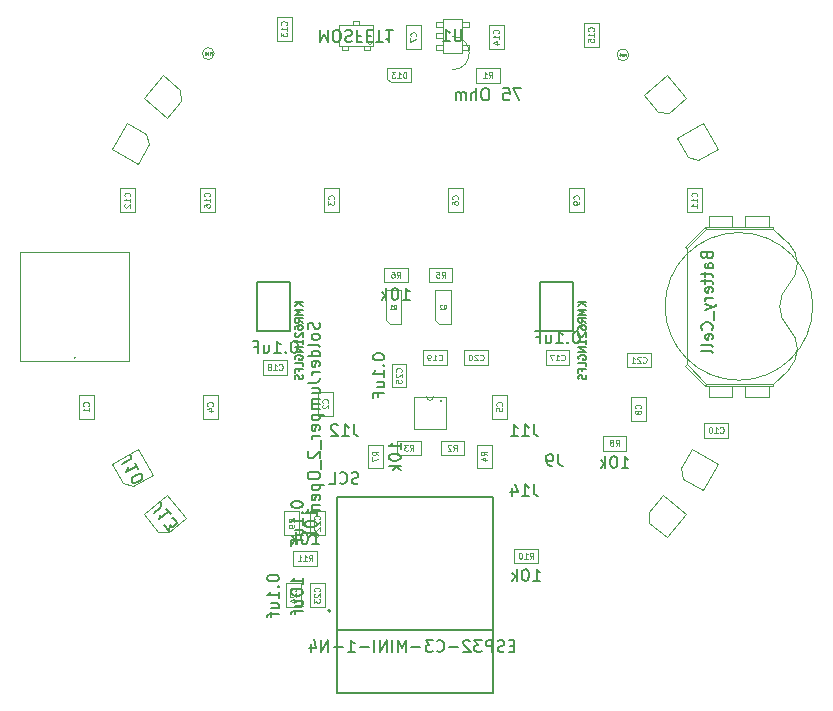
<source format=gbr>
%TF.GenerationSoftware,KiCad,Pcbnew,(6.0.7-1)-1*%
%TF.CreationDate,2022-12-12T20:47:58-08:00*%
%TF.ProjectId,ChristmasCountdown2022,43687269-7374-46d6-9173-436f756e7464,rev?*%
%TF.SameCoordinates,Original*%
%TF.FileFunction,AssemblyDrawing,Bot*%
%FSLAX46Y46*%
G04 Gerber Fmt 4.6, Leading zero omitted, Abs format (unit mm)*
G04 Created by KiCad (PCBNEW (6.0.7-1)-1) date 2022-12-12 20:47:58*
%MOMM*%
%LPD*%
G01*
G04 APERTURE LIST*
%ADD10C,0.150000*%
%ADD11C,0.080000*%
%ADD12C,0.050000*%
%ADD13C,0.040000*%
%ADD14C,0.100000*%
%ADD15C,0.127000*%
%ADD16C,0.200000*%
G04 APERTURE END LIST*
D10*
%TO.C,R8*%
X167498638Y-113684580D02*
X168070066Y-113684580D01*
X167784352Y-113684580D02*
X167784352Y-112684580D01*
X167879590Y-112827438D01*
X167974828Y-112922676D01*
X168070066Y-112970295D01*
X166879590Y-112684580D02*
X166784352Y-112684580D01*
X166689114Y-112732200D01*
X166641495Y-112779819D01*
X166593876Y-112875057D01*
X166546257Y-113065533D01*
X166546257Y-113303628D01*
X166593876Y-113494104D01*
X166641495Y-113589342D01*
X166689114Y-113636961D01*
X166784352Y-113684580D01*
X166879590Y-113684580D01*
X166974828Y-113636961D01*
X167022447Y-113589342D01*
X167070066Y-113494104D01*
X167117685Y-113303628D01*
X167117685Y-113065533D01*
X167070066Y-112875057D01*
X167022447Y-112779819D01*
X166974828Y-112732200D01*
X166879590Y-112684580D01*
X166117685Y-113684580D02*
X166117685Y-112684580D01*
X166022447Y-113303628D02*
X165736733Y-113684580D01*
X165736733Y-113017914D02*
X166117685Y-113398866D01*
D11*
X166986733Y-111808390D02*
X167153400Y-111570295D01*
X167272447Y-111808390D02*
X167272447Y-111308390D01*
X167081971Y-111308390D01*
X167034352Y-111332200D01*
X167010542Y-111356009D01*
X166986733Y-111403628D01*
X166986733Y-111475057D01*
X167010542Y-111522676D01*
X167034352Y-111546485D01*
X167081971Y-111570295D01*
X167272447Y-111570295D01*
X166701019Y-111522676D02*
X166748638Y-111498866D01*
X166772447Y-111475057D01*
X166796257Y-111427438D01*
X166796257Y-111403628D01*
X166772447Y-111356009D01*
X166748638Y-111332200D01*
X166701019Y-111308390D01*
X166605780Y-111308390D01*
X166558161Y-111332200D01*
X166534352Y-111356009D01*
X166510542Y-111403628D01*
X166510542Y-111427438D01*
X166534352Y-111475057D01*
X166558161Y-111498866D01*
X166605780Y-111522676D01*
X166701019Y-111522676D01*
X166748638Y-111546485D01*
X166772447Y-111570295D01*
X166796257Y-111617914D01*
X166796257Y-111713152D01*
X166772447Y-111760771D01*
X166748638Y-111784580D01*
X166701019Y-111808390D01*
X166605780Y-111808390D01*
X166558161Y-111784580D01*
X166534352Y-111760771D01*
X166510542Y-111713152D01*
X166510542Y-111617914D01*
X166534352Y-111570295D01*
X166558161Y-111546485D01*
X166605780Y-111522676D01*
%TO.C,C9*%
X163853571Y-90916666D02*
X163877380Y-90892857D01*
X163901190Y-90821428D01*
X163901190Y-90773809D01*
X163877380Y-90702380D01*
X163829761Y-90654761D01*
X163782142Y-90630952D01*
X163686904Y-90607142D01*
X163615476Y-90607142D01*
X163520238Y-90630952D01*
X163472619Y-90654761D01*
X163425000Y-90702380D01*
X163401190Y-90773809D01*
X163401190Y-90821428D01*
X163425000Y-90892857D01*
X163448809Y-90916666D01*
X163901190Y-91154761D02*
X163901190Y-91250000D01*
X163877380Y-91297619D01*
X163853571Y-91321428D01*
X163782142Y-91369047D01*
X163686904Y-91392857D01*
X163496428Y-91392857D01*
X163448809Y-91369047D01*
X163425000Y-91345238D01*
X163401190Y-91297619D01*
X163401190Y-91202380D01*
X163425000Y-91154761D01*
X163448809Y-91130952D01*
X163496428Y-91107142D01*
X163615476Y-91107142D01*
X163663095Y-91130952D01*
X163686904Y-91154761D01*
X163710714Y-91202380D01*
X163710714Y-91297619D01*
X163686904Y-91345238D01*
X163663095Y-91369047D01*
X163615476Y-91392857D01*
%TO.C,C10*%
X175835428Y-110668571D02*
X175859238Y-110692380D01*
X175930666Y-110716190D01*
X175978285Y-110716190D01*
X176049714Y-110692380D01*
X176097333Y-110644761D01*
X176121142Y-110597142D01*
X176144952Y-110501904D01*
X176144952Y-110430476D01*
X176121142Y-110335238D01*
X176097333Y-110287619D01*
X176049714Y-110240000D01*
X175978285Y-110216190D01*
X175930666Y-110216190D01*
X175859238Y-110240000D01*
X175835428Y-110263809D01*
X175359238Y-110716190D02*
X175644952Y-110716190D01*
X175502095Y-110716190D02*
X175502095Y-110216190D01*
X175549714Y-110287619D01*
X175597333Y-110335238D01*
X175644952Y-110359047D01*
X175049714Y-110216190D02*
X175002095Y-110216190D01*
X174954476Y-110240000D01*
X174930666Y-110263809D01*
X174906857Y-110311428D01*
X174883047Y-110406666D01*
X174883047Y-110525714D01*
X174906857Y-110620952D01*
X174930666Y-110668571D01*
X174954476Y-110692380D01*
X175002095Y-110716190D01*
X175049714Y-110716190D01*
X175097333Y-110692380D01*
X175121142Y-110668571D01*
X175144952Y-110620952D01*
X175168761Y-110525714D01*
X175168761Y-110406666D01*
X175144952Y-110311428D01*
X175121142Y-110263809D01*
X175097333Y-110240000D01*
X175049714Y-110216190D01*
%TO.C,C11*%
X173853571Y-90678571D02*
X173877380Y-90654761D01*
X173901190Y-90583333D01*
X173901190Y-90535714D01*
X173877380Y-90464285D01*
X173829761Y-90416666D01*
X173782142Y-90392857D01*
X173686904Y-90369047D01*
X173615476Y-90369047D01*
X173520238Y-90392857D01*
X173472619Y-90416666D01*
X173425000Y-90464285D01*
X173401190Y-90535714D01*
X173401190Y-90583333D01*
X173425000Y-90654761D01*
X173448809Y-90678571D01*
X173901190Y-91154761D02*
X173901190Y-90869047D01*
X173901190Y-91011904D02*
X173401190Y-91011904D01*
X173472619Y-90964285D01*
X173520238Y-90916666D01*
X173544047Y-90869047D01*
X173901190Y-91630952D02*
X173901190Y-91345238D01*
X173901190Y-91488095D02*
X173401190Y-91488095D01*
X173472619Y-91440476D01*
X173520238Y-91392857D01*
X173544047Y-91345238D01*
D10*
%TO.C,R7*%
X148777380Y-112104761D02*
X148777380Y-111533333D01*
X148777380Y-111819047D02*
X147777380Y-111819047D01*
X147920238Y-111723809D01*
X148015476Y-111628571D01*
X148063095Y-111533333D01*
X147777380Y-112723809D02*
X147777380Y-112819047D01*
X147825000Y-112914285D01*
X147872619Y-112961904D01*
X147967857Y-113009523D01*
X148158333Y-113057142D01*
X148396428Y-113057142D01*
X148586904Y-113009523D01*
X148682142Y-112961904D01*
X148729761Y-112914285D01*
X148777380Y-112819047D01*
X148777380Y-112723809D01*
X148729761Y-112628571D01*
X148682142Y-112580952D01*
X148586904Y-112533333D01*
X148396428Y-112485714D01*
X148158333Y-112485714D01*
X147967857Y-112533333D01*
X147872619Y-112580952D01*
X147825000Y-112628571D01*
X147777380Y-112723809D01*
X148777380Y-113485714D02*
X147777380Y-113485714D01*
X148396428Y-113580952D02*
X148777380Y-113866666D01*
X148110714Y-113866666D02*
X148491666Y-113485714D01*
D11*
X146901190Y-112616666D02*
X146663095Y-112450000D01*
X146901190Y-112330952D02*
X146401190Y-112330952D01*
X146401190Y-112521428D01*
X146425000Y-112569047D01*
X146448809Y-112592857D01*
X146496428Y-112616666D01*
X146567857Y-112616666D01*
X146615476Y-112592857D01*
X146639285Y-112569047D01*
X146663095Y-112521428D01*
X146663095Y-112330952D01*
X146401190Y-112783333D02*
X146401190Y-113116666D01*
X146901190Y-112902380D01*
D12*
%TO.C,Q2*%
X152405476Y-100225238D02*
X152435952Y-100210000D01*
X152466428Y-100179523D01*
X152512142Y-100133809D01*
X152542619Y-100118571D01*
X152573095Y-100118571D01*
X152557857Y-100194761D02*
X152588333Y-100179523D01*
X152618809Y-100149047D01*
X152634047Y-100088095D01*
X152634047Y-99981428D01*
X152618809Y-99920476D01*
X152588333Y-99890000D01*
X152557857Y-99874761D01*
X152496904Y-99874761D01*
X152466428Y-99890000D01*
X152435952Y-99920476D01*
X152420714Y-99981428D01*
X152420714Y-100088095D01*
X152435952Y-100149047D01*
X152466428Y-100179523D01*
X152496904Y-100194761D01*
X152557857Y-100194761D01*
X152298809Y-99905238D02*
X152283571Y-99890000D01*
X152253095Y-99874761D01*
X152176904Y-99874761D01*
X152146428Y-99890000D01*
X152131190Y-99905238D01*
X152115952Y-99935714D01*
X152115952Y-99966190D01*
X152131190Y-100011904D01*
X152314047Y-100194761D01*
X152115952Y-100194761D01*
D10*
%TO.C,C17*%
X163702857Y-102122380D02*
X163607619Y-102122380D01*
X163512380Y-102170000D01*
X163464761Y-102217619D01*
X163417142Y-102312857D01*
X163369523Y-102503333D01*
X163369523Y-102741428D01*
X163417142Y-102931904D01*
X163464761Y-103027142D01*
X163512380Y-103074761D01*
X163607619Y-103122380D01*
X163702857Y-103122380D01*
X163798095Y-103074761D01*
X163845714Y-103027142D01*
X163893333Y-102931904D01*
X163940952Y-102741428D01*
X163940952Y-102503333D01*
X163893333Y-102312857D01*
X163845714Y-102217619D01*
X163798095Y-102170000D01*
X163702857Y-102122380D01*
X162940952Y-103027142D02*
X162893333Y-103074761D01*
X162940952Y-103122380D01*
X162988571Y-103074761D01*
X162940952Y-103027142D01*
X162940952Y-103122380D01*
X161940952Y-103122380D02*
X162512380Y-103122380D01*
X162226666Y-103122380D02*
X162226666Y-102122380D01*
X162321904Y-102265238D01*
X162417142Y-102360476D01*
X162512380Y-102408095D01*
X161083809Y-102455714D02*
X161083809Y-103122380D01*
X161512380Y-102455714D02*
X161512380Y-102979523D01*
X161464761Y-103074761D01*
X161369523Y-103122380D01*
X161226666Y-103122380D01*
X161131428Y-103074761D01*
X161083809Y-103027142D01*
X160274285Y-102598571D02*
X160607619Y-102598571D01*
X160607619Y-103122380D02*
X160607619Y-102122380D01*
X160131428Y-102122380D01*
D11*
X162381428Y-104528571D02*
X162405238Y-104552380D01*
X162476666Y-104576190D01*
X162524285Y-104576190D01*
X162595714Y-104552380D01*
X162643333Y-104504761D01*
X162667142Y-104457142D01*
X162690952Y-104361904D01*
X162690952Y-104290476D01*
X162667142Y-104195238D01*
X162643333Y-104147619D01*
X162595714Y-104100000D01*
X162524285Y-104076190D01*
X162476666Y-104076190D01*
X162405238Y-104100000D01*
X162381428Y-104123809D01*
X161905238Y-104576190D02*
X162190952Y-104576190D01*
X162048095Y-104576190D02*
X162048095Y-104076190D01*
X162095714Y-104147619D01*
X162143333Y-104195238D01*
X162190952Y-104219047D01*
X161738571Y-104076190D02*
X161405238Y-104076190D01*
X161619523Y-104576190D01*
D13*
%TO.C,FID3*%
X132714285Y-78585714D02*
X132780952Y-78585714D01*
X132780952Y-78690476D02*
X132780952Y-78490476D01*
X132685714Y-78490476D01*
X132609523Y-78690476D02*
X132609523Y-78490476D01*
X132514285Y-78690476D02*
X132514285Y-78490476D01*
X132466666Y-78490476D01*
X132438095Y-78500000D01*
X132419047Y-78519047D01*
X132409523Y-78538095D01*
X132400000Y-78576190D01*
X132400000Y-78604761D01*
X132409523Y-78642857D01*
X132419047Y-78661904D01*
X132438095Y-78680952D01*
X132466666Y-78690476D01*
X132514285Y-78690476D01*
X132333333Y-78490476D02*
X132209523Y-78490476D01*
X132276190Y-78566666D01*
X132247619Y-78566666D01*
X132228571Y-78576190D01*
X132219047Y-78585714D01*
X132209523Y-78604761D01*
X132209523Y-78652380D01*
X132219047Y-78671428D01*
X132228571Y-78680952D01*
X132247619Y-78690476D01*
X132304761Y-78690476D01*
X132323809Y-78680952D01*
X132333333Y-78671428D01*
D10*
%TO.C,C25*%
X146413180Y-104224342D02*
X146413180Y-104319580D01*
X146460800Y-104414819D01*
X146508419Y-104462438D01*
X146603657Y-104510057D01*
X146794133Y-104557676D01*
X147032228Y-104557676D01*
X147222704Y-104510057D01*
X147317942Y-104462438D01*
X147365561Y-104414819D01*
X147413180Y-104319580D01*
X147413180Y-104224342D01*
X147365561Y-104129104D01*
X147317942Y-104081485D01*
X147222704Y-104033866D01*
X147032228Y-103986247D01*
X146794133Y-103986247D01*
X146603657Y-104033866D01*
X146508419Y-104081485D01*
X146460800Y-104129104D01*
X146413180Y-104224342D01*
X147317942Y-104986247D02*
X147365561Y-105033866D01*
X147413180Y-104986247D01*
X147365561Y-104938628D01*
X147317942Y-104986247D01*
X147413180Y-104986247D01*
X147413180Y-105986247D02*
X147413180Y-105414819D01*
X147413180Y-105700533D02*
X146413180Y-105700533D01*
X146556038Y-105605295D01*
X146651276Y-105510057D01*
X146698895Y-105414819D01*
X146746514Y-106843390D02*
X147413180Y-106843390D01*
X146746514Y-106414819D02*
X147270323Y-106414819D01*
X147365561Y-106462438D01*
X147413180Y-106557676D01*
X147413180Y-106700533D01*
X147365561Y-106795771D01*
X147317942Y-106843390D01*
X146889371Y-107652914D02*
X146889371Y-107319580D01*
X147413180Y-107319580D02*
X146413180Y-107319580D01*
X146413180Y-107795771D01*
D11*
X148819371Y-105545771D02*
X148843180Y-105521961D01*
X148866990Y-105450533D01*
X148866990Y-105402914D01*
X148843180Y-105331485D01*
X148795561Y-105283866D01*
X148747942Y-105260057D01*
X148652704Y-105236247D01*
X148581276Y-105236247D01*
X148486038Y-105260057D01*
X148438419Y-105283866D01*
X148390800Y-105331485D01*
X148366990Y-105402914D01*
X148366990Y-105450533D01*
X148390800Y-105521961D01*
X148414609Y-105545771D01*
X148414609Y-105736247D02*
X148390800Y-105760057D01*
X148366990Y-105807676D01*
X148366990Y-105926723D01*
X148390800Y-105974342D01*
X148414609Y-105998152D01*
X148462228Y-106021961D01*
X148509847Y-106021961D01*
X148581276Y-105998152D01*
X148866990Y-105712438D01*
X148866990Y-106021961D01*
X148366990Y-106474342D02*
X148366990Y-106236247D01*
X148605085Y-106212438D01*
X148581276Y-106236247D01*
X148557466Y-106283866D01*
X148557466Y-106402914D01*
X148581276Y-106450533D01*
X148605085Y-106474342D01*
X148652704Y-106498152D01*
X148771752Y-106498152D01*
X148819371Y-106474342D01*
X148843180Y-106450533D01*
X148866990Y-106402914D01*
X148866990Y-106283866D01*
X148843180Y-106236247D01*
X148819371Y-106212438D01*
%TO.C,C2*%
X142603571Y-108166666D02*
X142627380Y-108142857D01*
X142651190Y-108071428D01*
X142651190Y-108023809D01*
X142627380Y-107952380D01*
X142579761Y-107904761D01*
X142532142Y-107880952D01*
X142436904Y-107857142D01*
X142365476Y-107857142D01*
X142270238Y-107880952D01*
X142222619Y-107904761D01*
X142175000Y-107952380D01*
X142151190Y-108023809D01*
X142151190Y-108071428D01*
X142175000Y-108142857D01*
X142198809Y-108166666D01*
X142198809Y-108357142D02*
X142175000Y-108380952D01*
X142151190Y-108428571D01*
X142151190Y-108547619D01*
X142175000Y-108595238D01*
X142198809Y-108619047D01*
X142246428Y-108642857D01*
X142294047Y-108642857D01*
X142365476Y-108619047D01*
X142651190Y-108333333D01*
X142651190Y-108642857D01*
D10*
%TO.C,J13*%
X127900147Y-117491871D02*
X128447322Y-117032737D01*
X128526148Y-116904432D01*
X128537886Y-116770257D01*
X128482538Y-116630214D01*
X128421320Y-116557257D01*
X129308979Y-117615128D02*
X128941672Y-117177388D01*
X129125326Y-117396258D02*
X128359281Y-118039046D01*
X128407498Y-117874262D01*
X128419237Y-117740088D01*
X128394497Y-117636522D01*
X128757197Y-118513264D02*
X129155113Y-118987482D01*
X129232677Y-118487262D01*
X129324504Y-118596697D01*
X129422200Y-118639045D01*
X129489288Y-118644914D01*
X129592853Y-118620174D01*
X129775245Y-118467130D01*
X129817592Y-118369434D01*
X129823462Y-118302346D01*
X129798722Y-118198781D01*
X129615068Y-117979911D01*
X129517372Y-117937563D01*
X129450285Y-117931694D01*
%TO.C,R1*%
X159008333Y-81544180D02*
X158341666Y-81544180D01*
X158770238Y-82544180D01*
X157484523Y-81544180D02*
X157960714Y-81544180D01*
X158008333Y-82020371D01*
X157960714Y-81972752D01*
X157865476Y-81925133D01*
X157627380Y-81925133D01*
X157532142Y-81972752D01*
X157484523Y-82020371D01*
X157436904Y-82115609D01*
X157436904Y-82353704D01*
X157484523Y-82448942D01*
X157532142Y-82496561D01*
X157627380Y-82544180D01*
X157865476Y-82544180D01*
X157960714Y-82496561D01*
X158008333Y-82448942D01*
X156055952Y-81544180D02*
X155865476Y-81544180D01*
X155770238Y-81591800D01*
X155675000Y-81687038D01*
X155627380Y-81877514D01*
X155627380Y-82210847D01*
X155675000Y-82401323D01*
X155770238Y-82496561D01*
X155865476Y-82544180D01*
X156055952Y-82544180D01*
X156151190Y-82496561D01*
X156246428Y-82401323D01*
X156294047Y-82210847D01*
X156294047Y-81877514D01*
X156246428Y-81687038D01*
X156151190Y-81591800D01*
X156055952Y-81544180D01*
X155198809Y-82544180D02*
X155198809Y-81544180D01*
X154770238Y-82544180D02*
X154770238Y-82020371D01*
X154817857Y-81925133D01*
X154913095Y-81877514D01*
X155055952Y-81877514D01*
X155151190Y-81925133D01*
X155198809Y-81972752D01*
X154294047Y-82544180D02*
X154294047Y-81877514D01*
X154294047Y-81972752D02*
X154246428Y-81925133D01*
X154151190Y-81877514D01*
X154008333Y-81877514D01*
X153913095Y-81925133D01*
X153865476Y-82020371D01*
X153865476Y-82544180D01*
X153865476Y-82020371D02*
X153817857Y-81925133D01*
X153722619Y-81877514D01*
X153579761Y-81877514D01*
X153484523Y-81925133D01*
X153436904Y-82020371D01*
X153436904Y-82544180D01*
D11*
X156258333Y-80667990D02*
X156425000Y-80429895D01*
X156544047Y-80667990D02*
X156544047Y-80167990D01*
X156353571Y-80167990D01*
X156305952Y-80191800D01*
X156282142Y-80215609D01*
X156258333Y-80263228D01*
X156258333Y-80334657D01*
X156282142Y-80382276D01*
X156305952Y-80406085D01*
X156353571Y-80429895D01*
X156544047Y-80429895D01*
X155782142Y-80667990D02*
X156067857Y-80667990D01*
X155925000Y-80667990D02*
X155925000Y-80167990D01*
X155972619Y-80239419D01*
X156020238Y-80287038D01*
X156067857Y-80310847D01*
%TO.C,C12*%
X125853571Y-90678571D02*
X125877380Y-90654761D01*
X125901190Y-90583333D01*
X125901190Y-90535714D01*
X125877380Y-90464285D01*
X125829761Y-90416666D01*
X125782142Y-90392857D01*
X125686904Y-90369047D01*
X125615476Y-90369047D01*
X125520238Y-90392857D01*
X125472619Y-90416666D01*
X125425000Y-90464285D01*
X125401190Y-90535714D01*
X125401190Y-90583333D01*
X125425000Y-90654761D01*
X125448809Y-90678571D01*
X125901190Y-91154761D02*
X125901190Y-90869047D01*
X125901190Y-91011904D02*
X125401190Y-91011904D01*
X125472619Y-90964285D01*
X125520238Y-90916666D01*
X125544047Y-90869047D01*
X125448809Y-91345238D02*
X125425000Y-91369047D01*
X125401190Y-91416666D01*
X125401190Y-91535714D01*
X125425000Y-91583333D01*
X125448809Y-91607142D01*
X125496428Y-91630952D01*
X125544047Y-91630952D01*
X125615476Y-91607142D01*
X125901190Y-91321428D01*
X125901190Y-91630952D01*
D10*
%TO.C,U2*%
X158417857Y-128728571D02*
X158084523Y-128728571D01*
X157941666Y-129252380D02*
X158417857Y-129252380D01*
X158417857Y-128252380D01*
X157941666Y-128252380D01*
X157560714Y-129204761D02*
X157417857Y-129252380D01*
X157179761Y-129252380D01*
X157084523Y-129204761D01*
X157036904Y-129157142D01*
X156989285Y-129061904D01*
X156989285Y-128966666D01*
X157036904Y-128871428D01*
X157084523Y-128823809D01*
X157179761Y-128776190D01*
X157370238Y-128728571D01*
X157465476Y-128680952D01*
X157513095Y-128633333D01*
X157560714Y-128538095D01*
X157560714Y-128442857D01*
X157513095Y-128347619D01*
X157465476Y-128300000D01*
X157370238Y-128252380D01*
X157132142Y-128252380D01*
X156989285Y-128300000D01*
X156560714Y-129252380D02*
X156560714Y-128252380D01*
X156179761Y-128252380D01*
X156084523Y-128300000D01*
X156036904Y-128347619D01*
X155989285Y-128442857D01*
X155989285Y-128585714D01*
X156036904Y-128680952D01*
X156084523Y-128728571D01*
X156179761Y-128776190D01*
X156560714Y-128776190D01*
X155655952Y-128252380D02*
X155036904Y-128252380D01*
X155370238Y-128633333D01*
X155227380Y-128633333D01*
X155132142Y-128680952D01*
X155084523Y-128728571D01*
X155036904Y-128823809D01*
X155036904Y-129061904D01*
X155084523Y-129157142D01*
X155132142Y-129204761D01*
X155227380Y-129252380D01*
X155513095Y-129252380D01*
X155608333Y-129204761D01*
X155655952Y-129157142D01*
X154655952Y-128347619D02*
X154608333Y-128300000D01*
X154513095Y-128252380D01*
X154275000Y-128252380D01*
X154179761Y-128300000D01*
X154132142Y-128347619D01*
X154084523Y-128442857D01*
X154084523Y-128538095D01*
X154132142Y-128680952D01*
X154703571Y-129252380D01*
X154084523Y-129252380D01*
X153655952Y-128871428D02*
X152894047Y-128871428D01*
X151846428Y-129157142D02*
X151894047Y-129204761D01*
X152036904Y-129252380D01*
X152132142Y-129252380D01*
X152275000Y-129204761D01*
X152370238Y-129109523D01*
X152417857Y-129014285D01*
X152465476Y-128823809D01*
X152465476Y-128680952D01*
X152417857Y-128490476D01*
X152370238Y-128395238D01*
X152275000Y-128300000D01*
X152132142Y-128252380D01*
X152036904Y-128252380D01*
X151894047Y-128300000D01*
X151846428Y-128347619D01*
X151513095Y-128252380D02*
X150894047Y-128252380D01*
X151227380Y-128633333D01*
X151084523Y-128633333D01*
X150989285Y-128680952D01*
X150941666Y-128728571D01*
X150894047Y-128823809D01*
X150894047Y-129061904D01*
X150941666Y-129157142D01*
X150989285Y-129204761D01*
X151084523Y-129252380D01*
X151370238Y-129252380D01*
X151465476Y-129204761D01*
X151513095Y-129157142D01*
X150465476Y-128871428D02*
X149703571Y-128871428D01*
X149227380Y-129252380D02*
X149227380Y-128252380D01*
X148894047Y-128966666D01*
X148560714Y-128252380D01*
X148560714Y-129252380D01*
X148084523Y-129252380D02*
X148084523Y-128252380D01*
X147608333Y-129252380D02*
X147608333Y-128252380D01*
X147036904Y-129252380D01*
X147036904Y-128252380D01*
X146560714Y-129252380D02*
X146560714Y-128252380D01*
X146084523Y-128871428D02*
X145322619Y-128871428D01*
X144322619Y-129252380D02*
X144894047Y-129252380D01*
X144608333Y-129252380D02*
X144608333Y-128252380D01*
X144703571Y-128395238D01*
X144798809Y-128490476D01*
X144894047Y-128538095D01*
X143894047Y-128871428D02*
X143132142Y-128871428D01*
X142655952Y-129252380D02*
X142655952Y-128252380D01*
X142084523Y-129252380D01*
X142084523Y-128252380D01*
X141179761Y-128585714D02*
X141179761Y-129252380D01*
X141417857Y-128204761D02*
X141655952Y-128919047D01*
X141036904Y-128919047D01*
%TO.C,J10*%
X125200986Y-113382741D02*
X125819575Y-113025598D01*
X125919484Y-112912930D01*
X125954343Y-112782832D01*
X125924154Y-112635305D01*
X125876535Y-112552826D01*
X126567011Y-113748766D02*
X126281297Y-113253895D01*
X126424154Y-113501330D02*
X125558128Y-114001330D01*
X125634227Y-113847423D01*
X125669087Y-113717326D01*
X125662707Y-113611037D01*
X126010509Y-114784877D02*
X126058128Y-114867356D01*
X126146987Y-114926025D01*
X126212036Y-114943455D01*
X126318324Y-114937075D01*
X126507091Y-114883076D01*
X126713287Y-114764029D01*
X126854435Y-114627551D01*
X126913104Y-114538693D01*
X126930534Y-114473644D01*
X126924154Y-114367356D01*
X126876535Y-114284877D01*
X126787676Y-114226208D01*
X126722628Y-114208778D01*
X126616339Y-114215158D01*
X126427573Y-114269157D01*
X126221376Y-114388204D01*
X126080229Y-114524682D01*
X126021559Y-114613540D01*
X126004130Y-114678589D01*
X126010509Y-114784877D01*
%TO.C,JP2*%
X141877761Y-101370809D02*
X141925380Y-101513666D01*
X141925380Y-101751761D01*
X141877761Y-101847000D01*
X141830142Y-101894619D01*
X141734904Y-101942238D01*
X141639666Y-101942238D01*
X141544428Y-101894619D01*
X141496809Y-101847000D01*
X141449190Y-101751761D01*
X141401571Y-101561285D01*
X141353952Y-101466047D01*
X141306333Y-101418428D01*
X141211095Y-101370809D01*
X141115857Y-101370809D01*
X141020619Y-101418428D01*
X140973000Y-101466047D01*
X140925380Y-101561285D01*
X140925380Y-101799380D01*
X140973000Y-101942238D01*
X141925380Y-102513666D02*
X141877761Y-102418428D01*
X141830142Y-102370809D01*
X141734904Y-102323190D01*
X141449190Y-102323190D01*
X141353952Y-102370809D01*
X141306333Y-102418428D01*
X141258714Y-102513666D01*
X141258714Y-102656523D01*
X141306333Y-102751761D01*
X141353952Y-102799380D01*
X141449190Y-102847000D01*
X141734904Y-102847000D01*
X141830142Y-102799380D01*
X141877761Y-102751761D01*
X141925380Y-102656523D01*
X141925380Y-102513666D01*
X141925380Y-103418428D02*
X141877761Y-103323190D01*
X141782523Y-103275571D01*
X140925380Y-103275571D01*
X141925380Y-104227952D02*
X140925380Y-104227952D01*
X141877761Y-104227952D02*
X141925380Y-104132714D01*
X141925380Y-103942238D01*
X141877761Y-103847000D01*
X141830142Y-103799380D01*
X141734904Y-103751761D01*
X141449190Y-103751761D01*
X141353952Y-103799380D01*
X141306333Y-103847000D01*
X141258714Y-103942238D01*
X141258714Y-104132714D01*
X141306333Y-104227952D01*
X141877761Y-105085095D02*
X141925380Y-104989857D01*
X141925380Y-104799380D01*
X141877761Y-104704142D01*
X141782523Y-104656523D01*
X141401571Y-104656523D01*
X141306333Y-104704142D01*
X141258714Y-104799380D01*
X141258714Y-104989857D01*
X141306333Y-105085095D01*
X141401571Y-105132714D01*
X141496809Y-105132714D01*
X141592047Y-104656523D01*
X141925380Y-105561285D02*
X141258714Y-105561285D01*
X141449190Y-105561285D02*
X141353952Y-105608904D01*
X141306333Y-105656523D01*
X141258714Y-105751761D01*
X141258714Y-105847000D01*
X140925380Y-106466047D02*
X141639666Y-106466047D01*
X141782523Y-106418428D01*
X141877761Y-106323190D01*
X141925380Y-106180333D01*
X141925380Y-106085095D01*
X141258714Y-107370809D02*
X141925380Y-107370809D01*
X141258714Y-106942238D02*
X141782523Y-106942238D01*
X141877761Y-106989857D01*
X141925380Y-107085095D01*
X141925380Y-107227952D01*
X141877761Y-107323190D01*
X141830142Y-107370809D01*
X141925380Y-107847000D02*
X141258714Y-107847000D01*
X141353952Y-107847000D02*
X141306333Y-107894619D01*
X141258714Y-107989857D01*
X141258714Y-108132714D01*
X141306333Y-108227952D01*
X141401571Y-108275571D01*
X141925380Y-108275571D01*
X141401571Y-108275571D02*
X141306333Y-108323190D01*
X141258714Y-108418428D01*
X141258714Y-108561285D01*
X141306333Y-108656523D01*
X141401571Y-108704142D01*
X141925380Y-108704142D01*
X141258714Y-109180333D02*
X142258714Y-109180333D01*
X141306333Y-109180333D02*
X141258714Y-109275571D01*
X141258714Y-109466047D01*
X141306333Y-109561285D01*
X141353952Y-109608904D01*
X141449190Y-109656523D01*
X141734904Y-109656523D01*
X141830142Y-109608904D01*
X141877761Y-109561285D01*
X141925380Y-109466047D01*
X141925380Y-109275571D01*
X141877761Y-109180333D01*
X141877761Y-110466047D02*
X141925380Y-110370809D01*
X141925380Y-110180333D01*
X141877761Y-110085095D01*
X141782523Y-110037476D01*
X141401571Y-110037476D01*
X141306333Y-110085095D01*
X141258714Y-110180333D01*
X141258714Y-110370809D01*
X141306333Y-110466047D01*
X141401571Y-110513666D01*
X141496809Y-110513666D01*
X141592047Y-110037476D01*
X141925380Y-110942238D02*
X141258714Y-110942238D01*
X141449190Y-110942238D02*
X141353952Y-110989857D01*
X141306333Y-111037476D01*
X141258714Y-111132714D01*
X141258714Y-111227952D01*
X142020619Y-111323190D02*
X142020619Y-112085095D01*
X141020619Y-112275571D02*
X140973000Y-112323190D01*
X140925380Y-112418428D01*
X140925380Y-112656523D01*
X140973000Y-112751761D01*
X141020619Y-112799380D01*
X141115857Y-112847000D01*
X141211095Y-112847000D01*
X141353952Y-112799380D01*
X141925380Y-112227952D01*
X141925380Y-112847000D01*
X142020619Y-113037476D02*
X142020619Y-113799380D01*
X140925380Y-114227952D02*
X140925380Y-114418428D01*
X140973000Y-114513666D01*
X141068238Y-114608904D01*
X141258714Y-114656523D01*
X141592047Y-114656523D01*
X141782523Y-114608904D01*
X141877761Y-114513666D01*
X141925380Y-114418428D01*
X141925380Y-114227952D01*
X141877761Y-114132714D01*
X141782523Y-114037476D01*
X141592047Y-113989857D01*
X141258714Y-113989857D01*
X141068238Y-114037476D01*
X140973000Y-114132714D01*
X140925380Y-114227952D01*
X141258714Y-115085095D02*
X142258714Y-115085095D01*
X141306333Y-115085095D02*
X141258714Y-115180333D01*
X141258714Y-115370809D01*
X141306333Y-115466047D01*
X141353952Y-115513666D01*
X141449190Y-115561285D01*
X141734904Y-115561285D01*
X141830142Y-115513666D01*
X141877761Y-115466047D01*
X141925380Y-115370809D01*
X141925380Y-115180333D01*
X141877761Y-115085095D01*
X141877761Y-116370809D02*
X141925380Y-116275571D01*
X141925380Y-116085095D01*
X141877761Y-115989857D01*
X141782523Y-115942238D01*
X141401571Y-115942238D01*
X141306333Y-115989857D01*
X141258714Y-116085095D01*
X141258714Y-116275571D01*
X141306333Y-116370809D01*
X141401571Y-116418428D01*
X141496809Y-116418428D01*
X141592047Y-115942238D01*
X141258714Y-116847000D02*
X141925380Y-116847000D01*
X141353952Y-116847000D02*
X141306333Y-116894619D01*
X141258714Y-116989857D01*
X141258714Y-117132714D01*
X141306333Y-117227952D01*
X141401571Y-117275571D01*
X141925380Y-117275571D01*
D11*
%TO.C,R4*%
X156101190Y-112616666D02*
X155863095Y-112450000D01*
X156101190Y-112330952D02*
X155601190Y-112330952D01*
X155601190Y-112521428D01*
X155625000Y-112569047D01*
X155648809Y-112592857D01*
X155696428Y-112616666D01*
X155767857Y-112616666D01*
X155815476Y-112592857D01*
X155839285Y-112569047D01*
X155863095Y-112521428D01*
X155863095Y-112330952D01*
X155767857Y-113045238D02*
X156101190Y-113045238D01*
X155577380Y-112926190D02*
X155934523Y-112807142D01*
X155934523Y-113116666D01*
D10*
%TO.C,C23*%
X140504380Y-123531428D02*
X140504380Y-122960000D01*
X140504380Y-123245714D02*
X139504380Y-123245714D01*
X139647238Y-123150476D01*
X139742476Y-123055238D01*
X139790095Y-122960000D01*
X139504380Y-124150476D02*
X139504380Y-124245714D01*
X139552000Y-124340952D01*
X139599619Y-124388571D01*
X139694857Y-124436190D01*
X139885333Y-124483809D01*
X140123428Y-124483809D01*
X140313904Y-124436190D01*
X140409142Y-124388571D01*
X140456761Y-124340952D01*
X140504380Y-124245714D01*
X140504380Y-124150476D01*
X140456761Y-124055238D01*
X140409142Y-124007619D01*
X140313904Y-123960000D01*
X140123428Y-123912380D01*
X139885333Y-123912380D01*
X139694857Y-123960000D01*
X139599619Y-124007619D01*
X139552000Y-124055238D01*
X139504380Y-124150476D01*
X139837714Y-125340952D02*
X140504380Y-125340952D01*
X139837714Y-124912380D02*
X140361523Y-124912380D01*
X140456761Y-124960000D01*
X140504380Y-125055238D01*
X140504380Y-125198095D01*
X140456761Y-125293333D01*
X140409142Y-125340952D01*
X139837714Y-125674285D02*
X139837714Y-126055238D01*
X140504380Y-125817142D02*
X139647238Y-125817142D01*
X139552000Y-125864761D01*
X139504380Y-125960000D01*
X139504380Y-126055238D01*
D11*
X141910571Y-124138571D02*
X141934380Y-124114761D01*
X141958190Y-124043333D01*
X141958190Y-123995714D01*
X141934380Y-123924285D01*
X141886761Y-123876666D01*
X141839142Y-123852857D01*
X141743904Y-123829047D01*
X141672476Y-123829047D01*
X141577238Y-123852857D01*
X141529619Y-123876666D01*
X141482000Y-123924285D01*
X141458190Y-123995714D01*
X141458190Y-124043333D01*
X141482000Y-124114761D01*
X141505809Y-124138571D01*
X141505809Y-124329047D02*
X141482000Y-124352857D01*
X141458190Y-124400476D01*
X141458190Y-124519523D01*
X141482000Y-124567142D01*
X141505809Y-124590952D01*
X141553428Y-124614761D01*
X141601047Y-124614761D01*
X141672476Y-124590952D01*
X141958190Y-124305238D01*
X141958190Y-124614761D01*
X141458190Y-124781428D02*
X141458190Y-125090952D01*
X141648666Y-124924285D01*
X141648666Y-124995714D01*
X141672476Y-125043333D01*
X141696285Y-125067142D01*
X141743904Y-125090952D01*
X141862952Y-125090952D01*
X141910571Y-125067142D01*
X141934380Y-125043333D01*
X141958190Y-124995714D01*
X141958190Y-124852857D01*
X141934380Y-124805238D01*
X141910571Y-124781428D01*
D10*
%TO.C,J9*%
X162131333Y-112514380D02*
X162131333Y-113228666D01*
X162178952Y-113371523D01*
X162274190Y-113466761D01*
X162417047Y-113514380D01*
X162512285Y-113514380D01*
X161607523Y-113514380D02*
X161417047Y-113514380D01*
X161321809Y-113466761D01*
X161274190Y-113419142D01*
X161178952Y-113276285D01*
X161131333Y-113085809D01*
X161131333Y-112704857D01*
X161178952Y-112609619D01*
X161226571Y-112562000D01*
X161321809Y-112514380D01*
X161512285Y-112514380D01*
X161607523Y-112562000D01*
X161655142Y-112609619D01*
X161702761Y-112704857D01*
X161702761Y-112942952D01*
X161655142Y-113038190D01*
X161607523Y-113085809D01*
X161512285Y-113133428D01*
X161321809Y-113133428D01*
X161226571Y-113085809D01*
X161178952Y-113038190D01*
X161131333Y-112942952D01*
%TO.C,R10*%
X160005638Y-123234980D02*
X160577066Y-123234980D01*
X160291352Y-123234980D02*
X160291352Y-122234980D01*
X160386590Y-122377838D01*
X160481828Y-122473076D01*
X160577066Y-122520695D01*
X159386590Y-122234980D02*
X159291352Y-122234980D01*
X159196114Y-122282600D01*
X159148495Y-122330219D01*
X159100876Y-122425457D01*
X159053257Y-122615933D01*
X159053257Y-122854028D01*
X159100876Y-123044504D01*
X159148495Y-123139742D01*
X159196114Y-123187361D01*
X159291352Y-123234980D01*
X159386590Y-123234980D01*
X159481828Y-123187361D01*
X159529447Y-123139742D01*
X159577066Y-123044504D01*
X159624685Y-122854028D01*
X159624685Y-122615933D01*
X159577066Y-122425457D01*
X159529447Y-122330219D01*
X159481828Y-122282600D01*
X159386590Y-122234980D01*
X158624685Y-123234980D02*
X158624685Y-122234980D01*
X158529447Y-122854028D02*
X158243733Y-123234980D01*
X158243733Y-122568314D02*
X158624685Y-122949266D01*
D11*
X159731828Y-121358790D02*
X159898495Y-121120695D01*
X160017542Y-121358790D02*
X160017542Y-120858790D01*
X159827066Y-120858790D01*
X159779447Y-120882600D01*
X159755638Y-120906409D01*
X159731828Y-120954028D01*
X159731828Y-121025457D01*
X159755638Y-121073076D01*
X159779447Y-121096885D01*
X159827066Y-121120695D01*
X160017542Y-121120695D01*
X159255638Y-121358790D02*
X159541352Y-121358790D01*
X159398495Y-121358790D02*
X159398495Y-120858790D01*
X159446114Y-120930219D01*
X159493733Y-120977838D01*
X159541352Y-121001647D01*
X158946114Y-120858790D02*
X158898495Y-120858790D01*
X158850876Y-120882600D01*
X158827066Y-120906409D01*
X158803257Y-120954028D01*
X158779447Y-121049266D01*
X158779447Y-121168314D01*
X158803257Y-121263552D01*
X158827066Y-121311171D01*
X158850876Y-121334980D01*
X158898495Y-121358790D01*
X158946114Y-121358790D01*
X158993733Y-121334980D01*
X159017542Y-121311171D01*
X159041352Y-121263552D01*
X159065161Y-121168314D01*
X159065161Y-121049266D01*
X159041352Y-120954028D01*
X159017542Y-120906409D01*
X158993733Y-120882600D01*
X158946114Y-120858790D01*
D10*
%TO.C,MOSFET1*%
X141938571Y-76617619D02*
X141938571Y-77617619D01*
X142271904Y-76903333D01*
X142605238Y-77617619D01*
X142605238Y-76617619D01*
X143271904Y-77617619D02*
X143462380Y-77617619D01*
X143557619Y-77570000D01*
X143652857Y-77474761D01*
X143700476Y-77284285D01*
X143700476Y-76950952D01*
X143652857Y-76760476D01*
X143557619Y-76665238D01*
X143462380Y-76617619D01*
X143271904Y-76617619D01*
X143176666Y-76665238D01*
X143081428Y-76760476D01*
X143033809Y-76950952D01*
X143033809Y-77284285D01*
X143081428Y-77474761D01*
X143176666Y-77570000D01*
X143271904Y-77617619D01*
X144081428Y-76665238D02*
X144224285Y-76617619D01*
X144462380Y-76617619D01*
X144557619Y-76665238D01*
X144605238Y-76712857D01*
X144652857Y-76808095D01*
X144652857Y-76903333D01*
X144605238Y-76998571D01*
X144557619Y-77046190D01*
X144462380Y-77093809D01*
X144271904Y-77141428D01*
X144176666Y-77189047D01*
X144129047Y-77236666D01*
X144081428Y-77331904D01*
X144081428Y-77427142D01*
X144129047Y-77522380D01*
X144176666Y-77570000D01*
X144271904Y-77617619D01*
X144510000Y-77617619D01*
X144652857Y-77570000D01*
X145414761Y-77141428D02*
X145081428Y-77141428D01*
X145081428Y-76617619D02*
X145081428Y-77617619D01*
X145557619Y-77617619D01*
X145938571Y-77141428D02*
X146271904Y-77141428D01*
X146414761Y-76617619D02*
X145938571Y-76617619D01*
X145938571Y-77617619D01*
X146414761Y-77617619D01*
X146700476Y-77617619D02*
X147271904Y-77617619D01*
X146986190Y-76617619D02*
X146986190Y-77617619D01*
X148129047Y-76617619D02*
X147557619Y-76617619D01*
X147843333Y-76617619D02*
X147843333Y-77617619D01*
X147748095Y-77474761D01*
X147652857Y-77379523D01*
X147557619Y-77331904D01*
%TO.C,U1*%
X153936904Y-76552380D02*
X153936904Y-77361904D01*
X153889285Y-77457142D01*
X153841666Y-77504761D01*
X153746428Y-77552380D01*
X153555952Y-77552380D01*
X153460714Y-77504761D01*
X153413095Y-77457142D01*
X153365476Y-77361904D01*
X153365476Y-76552380D01*
X152365476Y-77552380D02*
X152936904Y-77552380D01*
X152651190Y-77552380D02*
X152651190Y-76552380D01*
X152746428Y-76695238D01*
X152841666Y-76790476D01*
X152936904Y-76838095D01*
%TO.C,J14*%
X160067523Y-115054380D02*
X160067523Y-115768666D01*
X160115142Y-115911523D01*
X160210380Y-116006761D01*
X160353238Y-116054380D01*
X160448476Y-116054380D01*
X159067523Y-116054380D02*
X159638952Y-116054380D01*
X159353238Y-116054380D02*
X159353238Y-115054380D01*
X159448476Y-115197238D01*
X159543714Y-115292476D01*
X159638952Y-115340095D01*
X158210380Y-115387714D02*
X158210380Y-116054380D01*
X158448476Y-115006761D02*
X158686571Y-115721047D01*
X158067523Y-115721047D01*
%TO.C,R9*%
X141675380Y-117768761D02*
X141675380Y-117197333D01*
X141675380Y-117483047D02*
X140675380Y-117483047D01*
X140818238Y-117387809D01*
X140913476Y-117292571D01*
X140961095Y-117197333D01*
X140675380Y-118387809D02*
X140675380Y-118483047D01*
X140723000Y-118578285D01*
X140770619Y-118625904D01*
X140865857Y-118673523D01*
X141056333Y-118721142D01*
X141294428Y-118721142D01*
X141484904Y-118673523D01*
X141580142Y-118625904D01*
X141627761Y-118578285D01*
X141675380Y-118483047D01*
X141675380Y-118387809D01*
X141627761Y-118292571D01*
X141580142Y-118244952D01*
X141484904Y-118197333D01*
X141294428Y-118149714D01*
X141056333Y-118149714D01*
X140865857Y-118197333D01*
X140770619Y-118244952D01*
X140723000Y-118292571D01*
X140675380Y-118387809D01*
X141675380Y-119149714D02*
X140675380Y-119149714D01*
X141294428Y-119244952D02*
X141675380Y-119530666D01*
X141008714Y-119530666D02*
X141389666Y-119149714D01*
D11*
X139799190Y-118280666D02*
X139561095Y-118114000D01*
X139799190Y-117994952D02*
X139299190Y-117994952D01*
X139299190Y-118185428D01*
X139323000Y-118233047D01*
X139346809Y-118256857D01*
X139394428Y-118280666D01*
X139465857Y-118280666D01*
X139513476Y-118256857D01*
X139537285Y-118233047D01*
X139561095Y-118185428D01*
X139561095Y-117994952D01*
X139799190Y-118518761D02*
X139799190Y-118614000D01*
X139775380Y-118661619D01*
X139751571Y-118685428D01*
X139680142Y-118733047D01*
X139584904Y-118756857D01*
X139394428Y-118756857D01*
X139346809Y-118733047D01*
X139323000Y-118709238D01*
X139299190Y-118661619D01*
X139299190Y-118566380D01*
X139323000Y-118518761D01*
X139346809Y-118494952D01*
X139394428Y-118471142D01*
X139513476Y-118471142D01*
X139561095Y-118494952D01*
X139584904Y-118518761D01*
X139608714Y-118566380D01*
X139608714Y-118661619D01*
X139584904Y-118709238D01*
X139561095Y-118733047D01*
X139513476Y-118756857D01*
D10*
%TO.C,J12*%
X145208476Y-114976761D02*
X145065619Y-115024380D01*
X144827523Y-115024380D01*
X144732285Y-114976761D01*
X144684666Y-114929142D01*
X144637047Y-114833904D01*
X144637047Y-114738666D01*
X144684666Y-114643428D01*
X144732285Y-114595809D01*
X144827523Y-114548190D01*
X145018000Y-114500571D01*
X145113238Y-114452952D01*
X145160857Y-114405333D01*
X145208476Y-114310095D01*
X145208476Y-114214857D01*
X145160857Y-114119619D01*
X145113238Y-114072000D01*
X145018000Y-114024380D01*
X144779904Y-114024380D01*
X144637047Y-114072000D01*
X143637047Y-114929142D02*
X143684666Y-114976761D01*
X143827523Y-115024380D01*
X143922761Y-115024380D01*
X144065619Y-114976761D01*
X144160857Y-114881523D01*
X144208476Y-114786285D01*
X144256095Y-114595809D01*
X144256095Y-114452952D01*
X144208476Y-114262476D01*
X144160857Y-114167238D01*
X144065619Y-114072000D01*
X143922761Y-114024380D01*
X143827523Y-114024380D01*
X143684666Y-114072000D01*
X143637047Y-114119619D01*
X142732285Y-115024380D02*
X143208476Y-115024380D01*
X143208476Y-114024380D01*
X144827523Y-109974380D02*
X144827523Y-110688666D01*
X144875142Y-110831523D01*
X144970380Y-110926761D01*
X145113238Y-110974380D01*
X145208476Y-110974380D01*
X143827523Y-110974380D02*
X144398952Y-110974380D01*
X144113238Y-110974380D02*
X144113238Y-109974380D01*
X144208476Y-110117238D01*
X144303714Y-110212476D01*
X144398952Y-110260095D01*
X143446571Y-110069619D02*
X143398952Y-110022000D01*
X143303714Y-109974380D01*
X143065619Y-109974380D01*
X142970380Y-110022000D01*
X142922761Y-110069619D01*
X142875142Y-110164857D01*
X142875142Y-110260095D01*
X142922761Y-110402952D01*
X143494190Y-110974380D01*
X142875142Y-110974380D01*
%TO.C,S1*%
X164483123Y-99628647D02*
X163843123Y-99628647D01*
X164483123Y-99994361D02*
X164117409Y-99720076D01*
X163843123Y-99994361D02*
X164208838Y-99628647D01*
X164483123Y-100268647D02*
X163843123Y-100268647D01*
X164300266Y-100481980D01*
X163843123Y-100695314D01*
X164483123Y-100695314D01*
X164483123Y-101365790D02*
X164178361Y-101152457D01*
X164483123Y-101000076D02*
X163843123Y-101000076D01*
X163843123Y-101243885D01*
X163873600Y-101304838D01*
X163904076Y-101335314D01*
X163965028Y-101365790D01*
X164056457Y-101365790D01*
X164117409Y-101335314D01*
X164147885Y-101304838D01*
X164178361Y-101243885D01*
X164178361Y-101000076D01*
X163843123Y-101914361D02*
X163843123Y-101792457D01*
X163873600Y-101731504D01*
X163904076Y-101701028D01*
X163995504Y-101640076D01*
X164117409Y-101609600D01*
X164361219Y-101609600D01*
X164422171Y-101640076D01*
X164452647Y-101670552D01*
X164483123Y-101731504D01*
X164483123Y-101853409D01*
X164452647Y-101914361D01*
X164422171Y-101944838D01*
X164361219Y-101975314D01*
X164208838Y-101975314D01*
X164147885Y-101944838D01*
X164117409Y-101914361D01*
X164086933Y-101853409D01*
X164086933Y-101731504D01*
X164117409Y-101670552D01*
X164147885Y-101640076D01*
X164208838Y-101609600D01*
X163904076Y-102219123D02*
X163873600Y-102249600D01*
X163843123Y-102310552D01*
X163843123Y-102462933D01*
X163873600Y-102523885D01*
X163904076Y-102554361D01*
X163965028Y-102584838D01*
X164025980Y-102584838D01*
X164117409Y-102554361D01*
X164483123Y-102188647D01*
X164483123Y-102584838D01*
X164483123Y-103194361D02*
X164483123Y-102828647D01*
X164483123Y-103011504D02*
X163843123Y-103011504D01*
X163934552Y-102950552D01*
X163995504Y-102889600D01*
X164025980Y-102828647D01*
X164483123Y-103468647D02*
X163843123Y-103468647D01*
X164483123Y-103834361D01*
X163843123Y-103834361D01*
X163873600Y-104474361D02*
X163843123Y-104413409D01*
X163843123Y-104321980D01*
X163873600Y-104230552D01*
X163934552Y-104169600D01*
X163995504Y-104139123D01*
X164117409Y-104108647D01*
X164208838Y-104108647D01*
X164330742Y-104139123D01*
X164391695Y-104169600D01*
X164452647Y-104230552D01*
X164483123Y-104321980D01*
X164483123Y-104382933D01*
X164452647Y-104474361D01*
X164422171Y-104504838D01*
X164208838Y-104504838D01*
X164208838Y-104382933D01*
X164483123Y-105083885D02*
X164483123Y-104779123D01*
X163843123Y-104779123D01*
X164147885Y-105510552D02*
X164147885Y-105297219D01*
X164483123Y-105297219D02*
X163843123Y-105297219D01*
X163843123Y-105601980D01*
X164452647Y-105815314D02*
X164483123Y-105906742D01*
X164483123Y-106059123D01*
X164452647Y-106120076D01*
X164422171Y-106150552D01*
X164361219Y-106181028D01*
X164300266Y-106181028D01*
X164239314Y-106150552D01*
X164208838Y-106120076D01*
X164178361Y-106059123D01*
X164147885Y-105937219D01*
X164117409Y-105876266D01*
X164086933Y-105845790D01*
X164025980Y-105815314D01*
X163965028Y-105815314D01*
X163904076Y-105845790D01*
X163873600Y-105876266D01*
X163843123Y-105937219D01*
X163843123Y-106089600D01*
X163873600Y-106181028D01*
D11*
%TO.C,C20*%
X155496428Y-104528571D02*
X155520238Y-104552380D01*
X155591666Y-104576190D01*
X155639285Y-104576190D01*
X155710714Y-104552380D01*
X155758333Y-104504761D01*
X155782142Y-104457142D01*
X155805952Y-104361904D01*
X155805952Y-104290476D01*
X155782142Y-104195238D01*
X155758333Y-104147619D01*
X155710714Y-104100000D01*
X155639285Y-104076190D01*
X155591666Y-104076190D01*
X155520238Y-104100000D01*
X155496428Y-104123809D01*
X155305952Y-104123809D02*
X155282142Y-104100000D01*
X155234523Y-104076190D01*
X155115476Y-104076190D01*
X155067857Y-104100000D01*
X155044047Y-104123809D01*
X155020238Y-104171428D01*
X155020238Y-104219047D01*
X155044047Y-104290476D01*
X155329761Y-104576190D01*
X155020238Y-104576190D01*
X154710714Y-104076190D02*
X154663095Y-104076190D01*
X154615476Y-104100000D01*
X154591666Y-104123809D01*
X154567857Y-104171428D01*
X154544047Y-104266666D01*
X154544047Y-104385714D01*
X154567857Y-104480952D01*
X154591666Y-104528571D01*
X154615476Y-104552380D01*
X154663095Y-104576190D01*
X154710714Y-104576190D01*
X154758333Y-104552380D01*
X154782142Y-104528571D01*
X154805952Y-104480952D01*
X154829761Y-104385714D01*
X154829761Y-104266666D01*
X154805952Y-104171428D01*
X154782142Y-104123809D01*
X154758333Y-104100000D01*
X154710714Y-104076190D01*
%TO.C,C14*%
X157053571Y-76878571D02*
X157077380Y-76854761D01*
X157101190Y-76783333D01*
X157101190Y-76735714D01*
X157077380Y-76664285D01*
X157029761Y-76616666D01*
X156982142Y-76592857D01*
X156886904Y-76569047D01*
X156815476Y-76569047D01*
X156720238Y-76592857D01*
X156672619Y-76616666D01*
X156625000Y-76664285D01*
X156601190Y-76735714D01*
X156601190Y-76783333D01*
X156625000Y-76854761D01*
X156648809Y-76878571D01*
X157101190Y-77354761D02*
X157101190Y-77069047D01*
X157101190Y-77211904D02*
X156601190Y-77211904D01*
X156672619Y-77164285D01*
X156720238Y-77116666D01*
X156744047Y-77069047D01*
X156767857Y-77783333D02*
X157101190Y-77783333D01*
X156577380Y-77664285D02*
X156934523Y-77545238D01*
X156934523Y-77854761D01*
D10*
%TO.C,BT1*%
X174703571Y-95695238D02*
X174751190Y-95838095D01*
X174798809Y-95885714D01*
X174894047Y-95933333D01*
X175036904Y-95933333D01*
X175132142Y-95885714D01*
X175179761Y-95838095D01*
X175227380Y-95742857D01*
X175227380Y-95361904D01*
X174227380Y-95361904D01*
X174227380Y-95695238D01*
X174275000Y-95790476D01*
X174322619Y-95838095D01*
X174417857Y-95885714D01*
X174513095Y-95885714D01*
X174608333Y-95838095D01*
X174655952Y-95790476D01*
X174703571Y-95695238D01*
X174703571Y-95361904D01*
X175227380Y-96790476D02*
X174703571Y-96790476D01*
X174608333Y-96742857D01*
X174560714Y-96647619D01*
X174560714Y-96457142D01*
X174608333Y-96361904D01*
X175179761Y-96790476D02*
X175227380Y-96695238D01*
X175227380Y-96457142D01*
X175179761Y-96361904D01*
X175084523Y-96314285D01*
X174989285Y-96314285D01*
X174894047Y-96361904D01*
X174846428Y-96457142D01*
X174846428Y-96695238D01*
X174798809Y-96790476D01*
X174560714Y-97123809D02*
X174560714Y-97504761D01*
X174227380Y-97266666D02*
X175084523Y-97266666D01*
X175179761Y-97314285D01*
X175227380Y-97409523D01*
X175227380Y-97504761D01*
X174560714Y-97695238D02*
X174560714Y-98076190D01*
X174227380Y-97838095D02*
X175084523Y-97838095D01*
X175179761Y-97885714D01*
X175227380Y-97980952D01*
X175227380Y-98076190D01*
X175179761Y-98790476D02*
X175227380Y-98695238D01*
X175227380Y-98504761D01*
X175179761Y-98409523D01*
X175084523Y-98361904D01*
X174703571Y-98361904D01*
X174608333Y-98409523D01*
X174560714Y-98504761D01*
X174560714Y-98695238D01*
X174608333Y-98790476D01*
X174703571Y-98838095D01*
X174798809Y-98838095D01*
X174894047Y-98361904D01*
X175227380Y-99266666D02*
X174560714Y-99266666D01*
X174751190Y-99266666D02*
X174655952Y-99314285D01*
X174608333Y-99361904D01*
X174560714Y-99457142D01*
X174560714Y-99552380D01*
X174560714Y-99790476D02*
X175227380Y-100028571D01*
X174560714Y-100266666D02*
X175227380Y-100028571D01*
X175465476Y-99933333D01*
X175513095Y-99885714D01*
X175560714Y-99790476D01*
X175322619Y-100409523D02*
X175322619Y-101171428D01*
X175132142Y-101980952D02*
X175179761Y-101933333D01*
X175227380Y-101790476D01*
X175227380Y-101695238D01*
X175179761Y-101552380D01*
X175084523Y-101457142D01*
X174989285Y-101409523D01*
X174798809Y-101361904D01*
X174655952Y-101361904D01*
X174465476Y-101409523D01*
X174370238Y-101457142D01*
X174275000Y-101552380D01*
X174227380Y-101695238D01*
X174227380Y-101790476D01*
X174275000Y-101933333D01*
X174322619Y-101980952D01*
X175179761Y-102790476D02*
X175227380Y-102695238D01*
X175227380Y-102504761D01*
X175179761Y-102409523D01*
X175084523Y-102361904D01*
X174703571Y-102361904D01*
X174608333Y-102409523D01*
X174560714Y-102504761D01*
X174560714Y-102695238D01*
X174608333Y-102790476D01*
X174703571Y-102838095D01*
X174798809Y-102838095D01*
X174894047Y-102361904D01*
X175227380Y-103409523D02*
X175179761Y-103314285D01*
X175084523Y-103266666D01*
X174227380Y-103266666D01*
X175227380Y-103933333D02*
X175179761Y-103838095D01*
X175084523Y-103790476D01*
X174227380Y-103790476D01*
D11*
%TO.C,C3*%
X143103571Y-90916666D02*
X143127380Y-90892857D01*
X143151190Y-90821428D01*
X143151190Y-90773809D01*
X143127380Y-90702380D01*
X143079761Y-90654761D01*
X143032142Y-90630952D01*
X142936904Y-90607142D01*
X142865476Y-90607142D01*
X142770238Y-90630952D01*
X142722619Y-90654761D01*
X142675000Y-90702380D01*
X142651190Y-90773809D01*
X142651190Y-90821428D01*
X142675000Y-90892857D01*
X142698809Y-90916666D01*
X142651190Y-91083333D02*
X142651190Y-91392857D01*
X142841666Y-91226190D01*
X142841666Y-91297619D01*
X142865476Y-91345238D01*
X142889285Y-91369047D01*
X142936904Y-91392857D01*
X143055952Y-91392857D01*
X143103571Y-91369047D01*
X143127380Y-91345238D01*
X143151190Y-91297619D01*
X143151190Y-91154761D01*
X143127380Y-91107142D01*
X143103571Y-91083333D01*
D10*
%TO.C,C24*%
X137472380Y-122960000D02*
X137472380Y-123055238D01*
X137520000Y-123150476D01*
X137567619Y-123198095D01*
X137662857Y-123245714D01*
X137853333Y-123293333D01*
X138091428Y-123293333D01*
X138281904Y-123245714D01*
X138377142Y-123198095D01*
X138424761Y-123150476D01*
X138472380Y-123055238D01*
X138472380Y-122960000D01*
X138424761Y-122864761D01*
X138377142Y-122817142D01*
X138281904Y-122769523D01*
X138091428Y-122721904D01*
X137853333Y-122721904D01*
X137662857Y-122769523D01*
X137567619Y-122817142D01*
X137520000Y-122864761D01*
X137472380Y-122960000D01*
X138377142Y-123721904D02*
X138424761Y-123769523D01*
X138472380Y-123721904D01*
X138424761Y-123674285D01*
X138377142Y-123721904D01*
X138472380Y-123721904D01*
X138472380Y-124721904D02*
X138472380Y-124150476D01*
X138472380Y-124436190D02*
X137472380Y-124436190D01*
X137615238Y-124340952D01*
X137710476Y-124245714D01*
X137758095Y-124150476D01*
X137805714Y-125579047D02*
X138472380Y-125579047D01*
X137805714Y-125150476D02*
X138329523Y-125150476D01*
X138424761Y-125198095D01*
X138472380Y-125293333D01*
X138472380Y-125436190D01*
X138424761Y-125531428D01*
X138377142Y-125579047D01*
X137805714Y-125912380D02*
X137805714Y-126293333D01*
X138472380Y-126055238D02*
X137615238Y-126055238D01*
X137520000Y-126102857D01*
X137472380Y-126198095D01*
X137472380Y-126293333D01*
D11*
X139878571Y-124138571D02*
X139902380Y-124114761D01*
X139926190Y-124043333D01*
X139926190Y-123995714D01*
X139902380Y-123924285D01*
X139854761Y-123876666D01*
X139807142Y-123852857D01*
X139711904Y-123829047D01*
X139640476Y-123829047D01*
X139545238Y-123852857D01*
X139497619Y-123876666D01*
X139450000Y-123924285D01*
X139426190Y-123995714D01*
X139426190Y-124043333D01*
X139450000Y-124114761D01*
X139473809Y-124138571D01*
X139473809Y-124329047D02*
X139450000Y-124352857D01*
X139426190Y-124400476D01*
X139426190Y-124519523D01*
X139450000Y-124567142D01*
X139473809Y-124590952D01*
X139521428Y-124614761D01*
X139569047Y-124614761D01*
X139640476Y-124590952D01*
X139926190Y-124305238D01*
X139926190Y-124614761D01*
X139592857Y-125043333D02*
X139926190Y-125043333D01*
X139402380Y-124924285D02*
X139759523Y-124805238D01*
X139759523Y-125114761D01*
D10*
%TO.C,R6*%
X148970238Y-99452380D02*
X149541666Y-99452380D01*
X149255952Y-99452380D02*
X149255952Y-98452380D01*
X149351190Y-98595238D01*
X149446428Y-98690476D01*
X149541666Y-98738095D01*
X148351190Y-98452380D02*
X148255952Y-98452380D01*
X148160714Y-98500000D01*
X148113095Y-98547619D01*
X148065476Y-98642857D01*
X148017857Y-98833333D01*
X148017857Y-99071428D01*
X148065476Y-99261904D01*
X148113095Y-99357142D01*
X148160714Y-99404761D01*
X148255952Y-99452380D01*
X148351190Y-99452380D01*
X148446428Y-99404761D01*
X148494047Y-99357142D01*
X148541666Y-99261904D01*
X148589285Y-99071428D01*
X148589285Y-98833333D01*
X148541666Y-98642857D01*
X148494047Y-98547619D01*
X148446428Y-98500000D01*
X148351190Y-98452380D01*
X147589285Y-99452380D02*
X147589285Y-98452380D01*
X147494047Y-99071428D02*
X147208333Y-99452380D01*
X147208333Y-98785714D02*
X147589285Y-99166666D01*
D11*
X148458333Y-97576190D02*
X148625000Y-97338095D01*
X148744047Y-97576190D02*
X148744047Y-97076190D01*
X148553571Y-97076190D01*
X148505952Y-97100000D01*
X148482142Y-97123809D01*
X148458333Y-97171428D01*
X148458333Y-97242857D01*
X148482142Y-97290476D01*
X148505952Y-97314285D01*
X148553571Y-97338095D01*
X148744047Y-97338095D01*
X148029761Y-97076190D02*
X148125000Y-97076190D01*
X148172619Y-97100000D01*
X148196428Y-97123809D01*
X148244047Y-97195238D01*
X148267857Y-97290476D01*
X148267857Y-97480952D01*
X148244047Y-97528571D01*
X148220238Y-97552380D01*
X148172619Y-97576190D01*
X148077380Y-97576190D01*
X148029761Y-97552380D01*
X148005952Y-97528571D01*
X147982142Y-97480952D01*
X147982142Y-97361904D01*
X148005952Y-97314285D01*
X148029761Y-97290476D01*
X148077380Y-97266666D01*
X148172619Y-97266666D01*
X148220238Y-97290476D01*
X148244047Y-97314285D01*
X148267857Y-97361904D01*
%TO.C,C5*%
X157353571Y-108416666D02*
X157377380Y-108392857D01*
X157401190Y-108321428D01*
X157401190Y-108273809D01*
X157377380Y-108202380D01*
X157329761Y-108154761D01*
X157282142Y-108130952D01*
X157186904Y-108107142D01*
X157115476Y-108107142D01*
X157020238Y-108130952D01*
X156972619Y-108154761D01*
X156925000Y-108202380D01*
X156901190Y-108273809D01*
X156901190Y-108321428D01*
X156925000Y-108392857D01*
X156948809Y-108416666D01*
X156901190Y-108869047D02*
X156901190Y-108630952D01*
X157139285Y-108607142D01*
X157115476Y-108630952D01*
X157091666Y-108678571D01*
X157091666Y-108797619D01*
X157115476Y-108845238D01*
X157139285Y-108869047D01*
X157186904Y-108892857D01*
X157305952Y-108892857D01*
X157353571Y-108869047D01*
X157377380Y-108845238D01*
X157401190Y-108797619D01*
X157401190Y-108678571D01*
X157377380Y-108630952D01*
X157353571Y-108607142D01*
%TO.C,R3*%
X149583333Y-112226190D02*
X149750000Y-111988095D01*
X149869047Y-112226190D02*
X149869047Y-111726190D01*
X149678571Y-111726190D01*
X149630952Y-111750000D01*
X149607142Y-111773809D01*
X149583333Y-111821428D01*
X149583333Y-111892857D01*
X149607142Y-111940476D01*
X149630952Y-111964285D01*
X149678571Y-111988095D01*
X149869047Y-111988095D01*
X149416666Y-111726190D02*
X149107142Y-111726190D01*
X149273809Y-111916666D01*
X149202380Y-111916666D01*
X149154761Y-111940476D01*
X149130952Y-111964285D01*
X149107142Y-112011904D01*
X149107142Y-112130952D01*
X149130952Y-112178571D01*
X149154761Y-112202380D01*
X149202380Y-112226190D01*
X149345238Y-112226190D01*
X149392857Y-112202380D01*
X149416666Y-112178571D01*
%TO.C,C13*%
X139103571Y-76178571D02*
X139127380Y-76154761D01*
X139151190Y-76083333D01*
X139151190Y-76035714D01*
X139127380Y-75964285D01*
X139079761Y-75916666D01*
X139032142Y-75892857D01*
X138936904Y-75869047D01*
X138865476Y-75869047D01*
X138770238Y-75892857D01*
X138722619Y-75916666D01*
X138675000Y-75964285D01*
X138651190Y-76035714D01*
X138651190Y-76083333D01*
X138675000Y-76154761D01*
X138698809Y-76178571D01*
X139151190Y-76654761D02*
X139151190Y-76369047D01*
X139151190Y-76511904D02*
X138651190Y-76511904D01*
X138722619Y-76464285D01*
X138770238Y-76416666D01*
X138794047Y-76369047D01*
X138651190Y-76821428D02*
X138651190Y-77130952D01*
X138841666Y-76964285D01*
X138841666Y-77035714D01*
X138865476Y-77083333D01*
X138889285Y-77107142D01*
X138936904Y-77130952D01*
X139055952Y-77130952D01*
X139103571Y-77107142D01*
X139127380Y-77083333D01*
X139151190Y-77035714D01*
X139151190Y-76892857D01*
X139127380Y-76845238D01*
X139103571Y-76821428D01*
D10*
%TO.C,C22*%
X139504380Y-116721142D02*
X139504380Y-116816380D01*
X139552000Y-116911619D01*
X139599619Y-116959238D01*
X139694857Y-117006857D01*
X139885333Y-117054476D01*
X140123428Y-117054476D01*
X140313904Y-117006857D01*
X140409142Y-116959238D01*
X140456761Y-116911619D01*
X140504380Y-116816380D01*
X140504380Y-116721142D01*
X140456761Y-116625904D01*
X140409142Y-116578285D01*
X140313904Y-116530666D01*
X140123428Y-116483047D01*
X139885333Y-116483047D01*
X139694857Y-116530666D01*
X139599619Y-116578285D01*
X139552000Y-116625904D01*
X139504380Y-116721142D01*
X140409142Y-117483047D02*
X140456761Y-117530666D01*
X140504380Y-117483047D01*
X140456761Y-117435428D01*
X140409142Y-117483047D01*
X140504380Y-117483047D01*
X140504380Y-118483047D02*
X140504380Y-117911619D01*
X140504380Y-118197333D02*
X139504380Y-118197333D01*
X139647238Y-118102095D01*
X139742476Y-118006857D01*
X139790095Y-117911619D01*
X139837714Y-119340190D02*
X140504380Y-119340190D01*
X139837714Y-118911619D02*
X140361523Y-118911619D01*
X140456761Y-118959238D01*
X140504380Y-119054476D01*
X140504380Y-119197333D01*
X140456761Y-119292571D01*
X140409142Y-119340190D01*
X139980571Y-120149714D02*
X139980571Y-119816380D01*
X140504380Y-119816380D02*
X139504380Y-119816380D01*
X139504380Y-120292571D01*
D11*
X141910571Y-118042571D02*
X141934380Y-118018761D01*
X141958190Y-117947333D01*
X141958190Y-117899714D01*
X141934380Y-117828285D01*
X141886761Y-117780666D01*
X141839142Y-117756857D01*
X141743904Y-117733047D01*
X141672476Y-117733047D01*
X141577238Y-117756857D01*
X141529619Y-117780666D01*
X141482000Y-117828285D01*
X141458190Y-117899714D01*
X141458190Y-117947333D01*
X141482000Y-118018761D01*
X141505809Y-118042571D01*
X141505809Y-118233047D02*
X141482000Y-118256857D01*
X141458190Y-118304476D01*
X141458190Y-118423523D01*
X141482000Y-118471142D01*
X141505809Y-118494952D01*
X141553428Y-118518761D01*
X141601047Y-118518761D01*
X141672476Y-118494952D01*
X141958190Y-118209238D01*
X141958190Y-118518761D01*
X141505809Y-118709238D02*
X141482000Y-118733047D01*
X141458190Y-118780666D01*
X141458190Y-118899714D01*
X141482000Y-118947333D01*
X141505809Y-118971142D01*
X141553428Y-118994952D01*
X141601047Y-118994952D01*
X141672476Y-118971142D01*
X141958190Y-118685428D01*
X141958190Y-118994952D01*
%TO.C,C8*%
X169088571Y-108626666D02*
X169112380Y-108602857D01*
X169136190Y-108531428D01*
X169136190Y-108483809D01*
X169112380Y-108412380D01*
X169064761Y-108364761D01*
X169017142Y-108340952D01*
X168921904Y-108317142D01*
X168850476Y-108317142D01*
X168755238Y-108340952D01*
X168707619Y-108364761D01*
X168660000Y-108412380D01*
X168636190Y-108483809D01*
X168636190Y-108531428D01*
X168660000Y-108602857D01*
X168683809Y-108626666D01*
X168850476Y-108912380D02*
X168826666Y-108864761D01*
X168802857Y-108840952D01*
X168755238Y-108817142D01*
X168731428Y-108817142D01*
X168683809Y-108840952D01*
X168660000Y-108864761D01*
X168636190Y-108912380D01*
X168636190Y-109007619D01*
X168660000Y-109055238D01*
X168683809Y-109079047D01*
X168731428Y-109102857D01*
X168755238Y-109102857D01*
X168802857Y-109079047D01*
X168826666Y-109055238D01*
X168850476Y-109007619D01*
X168850476Y-108912380D01*
X168874285Y-108864761D01*
X168898095Y-108840952D01*
X168945714Y-108817142D01*
X169040952Y-108817142D01*
X169088571Y-108840952D01*
X169112380Y-108864761D01*
X169136190Y-108912380D01*
X169136190Y-109007619D01*
X169112380Y-109055238D01*
X169088571Y-109079047D01*
X169040952Y-109102857D01*
X168945714Y-109102857D01*
X168898095Y-109079047D01*
X168874285Y-109055238D01*
X168850476Y-109007619D01*
%TO.C,C21*%
X169296428Y-104728571D02*
X169320238Y-104752380D01*
X169391666Y-104776190D01*
X169439285Y-104776190D01*
X169510714Y-104752380D01*
X169558333Y-104704761D01*
X169582142Y-104657142D01*
X169605952Y-104561904D01*
X169605952Y-104490476D01*
X169582142Y-104395238D01*
X169558333Y-104347619D01*
X169510714Y-104300000D01*
X169439285Y-104276190D01*
X169391666Y-104276190D01*
X169320238Y-104300000D01*
X169296428Y-104323809D01*
X169105952Y-104323809D02*
X169082142Y-104300000D01*
X169034523Y-104276190D01*
X168915476Y-104276190D01*
X168867857Y-104300000D01*
X168844047Y-104323809D01*
X168820238Y-104371428D01*
X168820238Y-104419047D01*
X168844047Y-104490476D01*
X169129761Y-104776190D01*
X168820238Y-104776190D01*
X168344047Y-104776190D02*
X168629761Y-104776190D01*
X168486904Y-104776190D02*
X168486904Y-104276190D01*
X168534523Y-104347619D01*
X168582142Y-104395238D01*
X168629761Y-104419047D01*
%TO.C,C15*%
X165103571Y-76678571D02*
X165127380Y-76654761D01*
X165151190Y-76583333D01*
X165151190Y-76535714D01*
X165127380Y-76464285D01*
X165079761Y-76416666D01*
X165032142Y-76392857D01*
X164936904Y-76369047D01*
X164865476Y-76369047D01*
X164770238Y-76392857D01*
X164722619Y-76416666D01*
X164675000Y-76464285D01*
X164651190Y-76535714D01*
X164651190Y-76583333D01*
X164675000Y-76654761D01*
X164698809Y-76678571D01*
X165151190Y-77154761D02*
X165151190Y-76869047D01*
X165151190Y-77011904D02*
X164651190Y-77011904D01*
X164722619Y-76964285D01*
X164770238Y-76916666D01*
X164794047Y-76869047D01*
X164651190Y-77607142D02*
X164651190Y-77369047D01*
X164889285Y-77345238D01*
X164865476Y-77369047D01*
X164841666Y-77416666D01*
X164841666Y-77535714D01*
X164865476Y-77583333D01*
X164889285Y-77607142D01*
X164936904Y-77630952D01*
X165055952Y-77630952D01*
X165103571Y-77607142D01*
X165127380Y-77583333D01*
X165151190Y-77535714D01*
X165151190Y-77416666D01*
X165127380Y-77369047D01*
X165103571Y-77345238D01*
D10*
%TO.C,R11*%
X141311238Y-120138180D02*
X141882666Y-120138180D01*
X141596952Y-120138180D02*
X141596952Y-119138180D01*
X141692190Y-119281038D01*
X141787428Y-119376276D01*
X141882666Y-119423895D01*
X140692190Y-119138180D02*
X140596952Y-119138180D01*
X140501714Y-119185800D01*
X140454095Y-119233419D01*
X140406476Y-119328657D01*
X140358857Y-119519133D01*
X140358857Y-119757228D01*
X140406476Y-119947704D01*
X140454095Y-120042942D01*
X140501714Y-120090561D01*
X140596952Y-120138180D01*
X140692190Y-120138180D01*
X140787428Y-120090561D01*
X140835047Y-120042942D01*
X140882666Y-119947704D01*
X140930285Y-119757228D01*
X140930285Y-119519133D01*
X140882666Y-119328657D01*
X140835047Y-119233419D01*
X140787428Y-119185800D01*
X140692190Y-119138180D01*
X139930285Y-120138180D02*
X139930285Y-119138180D01*
X139835047Y-119757228D02*
X139549333Y-120138180D01*
X139549333Y-119471514D02*
X139930285Y-119852466D01*
D11*
X141037428Y-121561990D02*
X141204095Y-121323895D01*
X141323142Y-121561990D02*
X141323142Y-121061990D01*
X141132666Y-121061990D01*
X141085047Y-121085800D01*
X141061238Y-121109609D01*
X141037428Y-121157228D01*
X141037428Y-121228657D01*
X141061238Y-121276276D01*
X141085047Y-121300085D01*
X141132666Y-121323895D01*
X141323142Y-121323895D01*
X140561238Y-121561990D02*
X140846952Y-121561990D01*
X140704095Y-121561990D02*
X140704095Y-121061990D01*
X140751714Y-121133419D01*
X140799333Y-121181038D01*
X140846952Y-121204847D01*
X140085047Y-121561990D02*
X140370761Y-121561990D01*
X140227904Y-121561990D02*
X140227904Y-121061990D01*
X140275523Y-121133419D01*
X140323142Y-121181038D01*
X140370761Y-121204847D01*
%TO.C,C7*%
X150053571Y-77116666D02*
X150077380Y-77092857D01*
X150101190Y-77021428D01*
X150101190Y-76973809D01*
X150077380Y-76902380D01*
X150029761Y-76854761D01*
X149982142Y-76830952D01*
X149886904Y-76807142D01*
X149815476Y-76807142D01*
X149720238Y-76830952D01*
X149672619Y-76854761D01*
X149625000Y-76902380D01*
X149601190Y-76973809D01*
X149601190Y-77021428D01*
X149625000Y-77092857D01*
X149648809Y-77116666D01*
X149601190Y-77283333D02*
X149601190Y-77616666D01*
X150101190Y-77402380D01*
%TO.C,C4*%
X132853571Y-108416666D02*
X132877380Y-108392857D01*
X132901190Y-108321428D01*
X132901190Y-108273809D01*
X132877380Y-108202380D01*
X132829761Y-108154761D01*
X132782142Y-108130952D01*
X132686904Y-108107142D01*
X132615476Y-108107142D01*
X132520238Y-108130952D01*
X132472619Y-108154761D01*
X132425000Y-108202380D01*
X132401190Y-108273809D01*
X132401190Y-108321428D01*
X132425000Y-108392857D01*
X132448809Y-108416666D01*
X132567857Y-108845238D02*
X132901190Y-108845238D01*
X132377380Y-108726190D02*
X132734523Y-108607142D01*
X132734523Y-108916666D01*
%TO.C,C1*%
X122353571Y-108416666D02*
X122377380Y-108392857D01*
X122401190Y-108321428D01*
X122401190Y-108273809D01*
X122377380Y-108202380D01*
X122329761Y-108154761D01*
X122282142Y-108130952D01*
X122186904Y-108107142D01*
X122115476Y-108107142D01*
X122020238Y-108130952D01*
X121972619Y-108154761D01*
X121925000Y-108202380D01*
X121901190Y-108273809D01*
X121901190Y-108321428D01*
X121925000Y-108392857D01*
X121948809Y-108416666D01*
X122401190Y-108892857D02*
X122401190Y-108607142D01*
X122401190Y-108750000D02*
X121901190Y-108750000D01*
X121972619Y-108702380D01*
X122020238Y-108654761D01*
X122044047Y-108607142D01*
%TO.C,D13*%
X149273342Y-80667990D02*
X149273342Y-80167990D01*
X149154295Y-80167990D01*
X149082866Y-80191800D01*
X149035247Y-80239419D01*
X149011438Y-80287038D01*
X148987628Y-80382276D01*
X148987628Y-80453704D01*
X149011438Y-80548942D01*
X149035247Y-80596561D01*
X149082866Y-80644180D01*
X149154295Y-80667990D01*
X149273342Y-80667990D01*
X148511438Y-80667990D02*
X148797152Y-80667990D01*
X148654295Y-80667990D02*
X148654295Y-80167990D01*
X148701914Y-80239419D01*
X148749533Y-80287038D01*
X148797152Y-80310847D01*
X148344771Y-80167990D02*
X148035247Y-80167990D01*
X148201914Y-80358466D01*
X148130485Y-80358466D01*
X148082866Y-80382276D01*
X148059057Y-80406085D01*
X148035247Y-80453704D01*
X148035247Y-80572752D01*
X148059057Y-80620371D01*
X148082866Y-80644180D01*
X148130485Y-80667990D01*
X148273342Y-80667990D01*
X148320961Y-80644180D01*
X148344771Y-80620371D01*
D10*
%TO.C,S2*%
X140483123Y-99628647D02*
X139843123Y-99628647D01*
X140483123Y-99994361D02*
X140117409Y-99720076D01*
X139843123Y-99994361D02*
X140208838Y-99628647D01*
X140483123Y-100268647D02*
X139843123Y-100268647D01*
X140300266Y-100481980D01*
X139843123Y-100695314D01*
X140483123Y-100695314D01*
X140483123Y-101365790D02*
X140178361Y-101152457D01*
X140483123Y-101000076D02*
X139843123Y-101000076D01*
X139843123Y-101243885D01*
X139873600Y-101304838D01*
X139904076Y-101335314D01*
X139965028Y-101365790D01*
X140056457Y-101365790D01*
X140117409Y-101335314D01*
X140147885Y-101304838D01*
X140178361Y-101243885D01*
X140178361Y-101000076D01*
X139843123Y-101914361D02*
X139843123Y-101792457D01*
X139873600Y-101731504D01*
X139904076Y-101701028D01*
X139995504Y-101640076D01*
X140117409Y-101609600D01*
X140361219Y-101609600D01*
X140422171Y-101640076D01*
X140452647Y-101670552D01*
X140483123Y-101731504D01*
X140483123Y-101853409D01*
X140452647Y-101914361D01*
X140422171Y-101944838D01*
X140361219Y-101975314D01*
X140208838Y-101975314D01*
X140147885Y-101944838D01*
X140117409Y-101914361D01*
X140086933Y-101853409D01*
X140086933Y-101731504D01*
X140117409Y-101670552D01*
X140147885Y-101640076D01*
X140208838Y-101609600D01*
X139904076Y-102219123D02*
X139873600Y-102249600D01*
X139843123Y-102310552D01*
X139843123Y-102462933D01*
X139873600Y-102523885D01*
X139904076Y-102554361D01*
X139965028Y-102584838D01*
X140025980Y-102584838D01*
X140117409Y-102554361D01*
X140483123Y-102188647D01*
X140483123Y-102584838D01*
X140483123Y-103194361D02*
X140483123Y-102828647D01*
X140483123Y-103011504D02*
X139843123Y-103011504D01*
X139934552Y-102950552D01*
X139995504Y-102889600D01*
X140025980Y-102828647D01*
X140483123Y-103468647D02*
X139843123Y-103468647D01*
X140483123Y-103834361D01*
X139843123Y-103834361D01*
X139873600Y-104474361D02*
X139843123Y-104413409D01*
X139843123Y-104321980D01*
X139873600Y-104230552D01*
X139934552Y-104169600D01*
X139995504Y-104139123D01*
X140117409Y-104108647D01*
X140208838Y-104108647D01*
X140330742Y-104139123D01*
X140391695Y-104169600D01*
X140452647Y-104230552D01*
X140483123Y-104321980D01*
X140483123Y-104382933D01*
X140452647Y-104474361D01*
X140422171Y-104504838D01*
X140208838Y-104504838D01*
X140208838Y-104382933D01*
X140483123Y-105083885D02*
X140483123Y-104779123D01*
X139843123Y-104779123D01*
X140147885Y-105510552D02*
X140147885Y-105297219D01*
X140483123Y-105297219D02*
X139843123Y-105297219D01*
X139843123Y-105601980D01*
X140452647Y-105815314D02*
X140483123Y-105906742D01*
X140483123Y-106059123D01*
X140452647Y-106120076D01*
X140422171Y-106150552D01*
X140361219Y-106181028D01*
X140300266Y-106181028D01*
X140239314Y-106150552D01*
X140208838Y-106120076D01*
X140178361Y-106059123D01*
X140147885Y-105937219D01*
X140117409Y-105876266D01*
X140086933Y-105845790D01*
X140025980Y-105815314D01*
X139965028Y-105815314D01*
X139904076Y-105845790D01*
X139873600Y-105876266D01*
X139843123Y-105937219D01*
X139843123Y-106089600D01*
X139873600Y-106181028D01*
%TO.C,C18*%
X139818857Y-102928380D02*
X139723619Y-102928380D01*
X139628380Y-102976000D01*
X139580761Y-103023619D01*
X139533142Y-103118857D01*
X139485523Y-103309333D01*
X139485523Y-103547428D01*
X139533142Y-103737904D01*
X139580761Y-103833142D01*
X139628380Y-103880761D01*
X139723619Y-103928380D01*
X139818857Y-103928380D01*
X139914095Y-103880761D01*
X139961714Y-103833142D01*
X140009333Y-103737904D01*
X140056952Y-103547428D01*
X140056952Y-103309333D01*
X140009333Y-103118857D01*
X139961714Y-103023619D01*
X139914095Y-102976000D01*
X139818857Y-102928380D01*
X139056952Y-103833142D02*
X139009333Y-103880761D01*
X139056952Y-103928380D01*
X139104571Y-103880761D01*
X139056952Y-103833142D01*
X139056952Y-103928380D01*
X138056952Y-103928380D02*
X138628380Y-103928380D01*
X138342666Y-103928380D02*
X138342666Y-102928380D01*
X138437904Y-103071238D01*
X138533142Y-103166476D01*
X138628380Y-103214095D01*
X137199809Y-103261714D02*
X137199809Y-103928380D01*
X137628380Y-103261714D02*
X137628380Y-103785523D01*
X137580761Y-103880761D01*
X137485523Y-103928380D01*
X137342666Y-103928380D01*
X137247428Y-103880761D01*
X137199809Y-103833142D01*
X136390285Y-103404571D02*
X136723619Y-103404571D01*
X136723619Y-103928380D02*
X136723619Y-102928380D01*
X136247428Y-102928380D01*
D11*
X138497428Y-105334571D02*
X138521238Y-105358380D01*
X138592666Y-105382190D01*
X138640285Y-105382190D01*
X138711714Y-105358380D01*
X138759333Y-105310761D01*
X138783142Y-105263142D01*
X138806952Y-105167904D01*
X138806952Y-105096476D01*
X138783142Y-105001238D01*
X138759333Y-104953619D01*
X138711714Y-104906000D01*
X138640285Y-104882190D01*
X138592666Y-104882190D01*
X138521238Y-104906000D01*
X138497428Y-104929809D01*
X138021238Y-105382190D02*
X138306952Y-105382190D01*
X138164095Y-105382190D02*
X138164095Y-104882190D01*
X138211714Y-104953619D01*
X138259333Y-105001238D01*
X138306952Y-105025047D01*
X137735523Y-105096476D02*
X137783142Y-105072666D01*
X137806952Y-105048857D01*
X137830761Y-105001238D01*
X137830761Y-104977428D01*
X137806952Y-104929809D01*
X137783142Y-104906000D01*
X137735523Y-104882190D01*
X137640285Y-104882190D01*
X137592666Y-104906000D01*
X137568857Y-104929809D01*
X137545047Y-104977428D01*
X137545047Y-105001238D01*
X137568857Y-105048857D01*
X137592666Y-105072666D01*
X137640285Y-105096476D01*
X137735523Y-105096476D01*
X137783142Y-105120285D01*
X137806952Y-105144095D01*
X137830761Y-105191714D01*
X137830761Y-105286952D01*
X137806952Y-105334571D01*
X137783142Y-105358380D01*
X137735523Y-105382190D01*
X137640285Y-105382190D01*
X137592666Y-105358380D01*
X137568857Y-105334571D01*
X137545047Y-105286952D01*
X137545047Y-105191714D01*
X137568857Y-105144095D01*
X137592666Y-105120285D01*
X137640285Y-105096476D01*
D13*
%TO.C,FID4*%
X167814285Y-78685714D02*
X167880952Y-78685714D01*
X167880952Y-78790476D02*
X167880952Y-78590476D01*
X167785714Y-78590476D01*
X167709523Y-78790476D02*
X167709523Y-78590476D01*
X167614285Y-78790476D02*
X167614285Y-78590476D01*
X167566666Y-78590476D01*
X167538095Y-78600000D01*
X167519047Y-78619047D01*
X167509523Y-78638095D01*
X167500000Y-78676190D01*
X167500000Y-78704761D01*
X167509523Y-78742857D01*
X167519047Y-78761904D01*
X167538095Y-78780952D01*
X167566666Y-78790476D01*
X167614285Y-78790476D01*
X167328571Y-78657142D02*
X167328571Y-78790476D01*
X167376190Y-78580952D02*
X167423809Y-78723809D01*
X167300000Y-78723809D01*
D11*
%TO.C,C16*%
X132603571Y-90678571D02*
X132627380Y-90654761D01*
X132651190Y-90583333D01*
X132651190Y-90535714D01*
X132627380Y-90464285D01*
X132579761Y-90416666D01*
X132532142Y-90392857D01*
X132436904Y-90369047D01*
X132365476Y-90369047D01*
X132270238Y-90392857D01*
X132222619Y-90416666D01*
X132175000Y-90464285D01*
X132151190Y-90535714D01*
X132151190Y-90583333D01*
X132175000Y-90654761D01*
X132198809Y-90678571D01*
X132651190Y-91154761D02*
X132651190Y-90869047D01*
X132651190Y-91011904D02*
X132151190Y-91011904D01*
X132222619Y-90964285D01*
X132270238Y-90916666D01*
X132294047Y-90869047D01*
X132151190Y-91583333D02*
X132151190Y-91488095D01*
X132175000Y-91440476D01*
X132198809Y-91416666D01*
X132270238Y-91369047D01*
X132365476Y-91345238D01*
X132555952Y-91345238D01*
X132603571Y-91369047D01*
X132627380Y-91392857D01*
X132651190Y-91440476D01*
X132651190Y-91535714D01*
X132627380Y-91583333D01*
X132603571Y-91607142D01*
X132555952Y-91630952D01*
X132436904Y-91630952D01*
X132389285Y-91607142D01*
X132365476Y-91583333D01*
X132341666Y-91535714D01*
X132341666Y-91440476D01*
X132365476Y-91392857D01*
X132389285Y-91369047D01*
X132436904Y-91345238D01*
%TO.C,C19*%
X151996428Y-104528571D02*
X152020238Y-104552380D01*
X152091666Y-104576190D01*
X152139285Y-104576190D01*
X152210714Y-104552380D01*
X152258333Y-104504761D01*
X152282142Y-104457142D01*
X152305952Y-104361904D01*
X152305952Y-104290476D01*
X152282142Y-104195238D01*
X152258333Y-104147619D01*
X152210714Y-104100000D01*
X152139285Y-104076190D01*
X152091666Y-104076190D01*
X152020238Y-104100000D01*
X151996428Y-104123809D01*
X151520238Y-104576190D02*
X151805952Y-104576190D01*
X151663095Y-104576190D02*
X151663095Y-104076190D01*
X151710714Y-104147619D01*
X151758333Y-104195238D01*
X151805952Y-104219047D01*
X151282142Y-104576190D02*
X151186904Y-104576190D01*
X151139285Y-104552380D01*
X151115476Y-104528571D01*
X151067857Y-104457142D01*
X151044047Y-104361904D01*
X151044047Y-104171428D01*
X151067857Y-104123809D01*
X151091666Y-104100000D01*
X151139285Y-104076190D01*
X151234523Y-104076190D01*
X151282142Y-104100000D01*
X151305952Y-104123809D01*
X151329761Y-104171428D01*
X151329761Y-104290476D01*
X151305952Y-104338095D01*
X151282142Y-104361904D01*
X151234523Y-104385714D01*
X151139285Y-104385714D01*
X151091666Y-104361904D01*
X151067857Y-104338095D01*
X151044047Y-104290476D01*
%TO.C,R2*%
X153245833Y-112226190D02*
X153412500Y-111988095D01*
X153531547Y-112226190D02*
X153531547Y-111726190D01*
X153341071Y-111726190D01*
X153293452Y-111750000D01*
X153269642Y-111773809D01*
X153245833Y-111821428D01*
X153245833Y-111892857D01*
X153269642Y-111940476D01*
X153293452Y-111964285D01*
X153341071Y-111988095D01*
X153531547Y-111988095D01*
X153055357Y-111773809D02*
X153031547Y-111750000D01*
X152983928Y-111726190D01*
X152864880Y-111726190D01*
X152817261Y-111750000D01*
X152793452Y-111773809D01*
X152769642Y-111821428D01*
X152769642Y-111869047D01*
X152793452Y-111940476D01*
X153079166Y-112226190D01*
X152769642Y-112226190D01*
%TO.C,R5*%
X152258333Y-97576190D02*
X152425000Y-97338095D01*
X152544047Y-97576190D02*
X152544047Y-97076190D01*
X152353571Y-97076190D01*
X152305952Y-97100000D01*
X152282142Y-97123809D01*
X152258333Y-97171428D01*
X152258333Y-97242857D01*
X152282142Y-97290476D01*
X152305952Y-97314285D01*
X152353571Y-97338095D01*
X152544047Y-97338095D01*
X151805952Y-97076190D02*
X152044047Y-97076190D01*
X152067857Y-97314285D01*
X152044047Y-97290476D01*
X151996428Y-97266666D01*
X151877380Y-97266666D01*
X151829761Y-97290476D01*
X151805952Y-97314285D01*
X151782142Y-97361904D01*
X151782142Y-97480952D01*
X151805952Y-97528571D01*
X151829761Y-97552380D01*
X151877380Y-97576190D01*
X151996428Y-97576190D01*
X152044047Y-97552380D01*
X152067857Y-97528571D01*
D12*
%TO.C,Q1*%
X148205476Y-100225238D02*
X148235952Y-100210000D01*
X148266428Y-100179523D01*
X148312142Y-100133809D01*
X148342619Y-100118571D01*
X148373095Y-100118571D01*
X148357857Y-100194761D02*
X148388333Y-100179523D01*
X148418809Y-100149047D01*
X148434047Y-100088095D01*
X148434047Y-99981428D01*
X148418809Y-99920476D01*
X148388333Y-99890000D01*
X148357857Y-99874761D01*
X148296904Y-99874761D01*
X148266428Y-99890000D01*
X148235952Y-99920476D01*
X148220714Y-99981428D01*
X148220714Y-100088095D01*
X148235952Y-100149047D01*
X148266428Y-100179523D01*
X148296904Y-100194761D01*
X148357857Y-100194761D01*
X147915952Y-100194761D02*
X148098809Y-100194761D01*
X148007380Y-100194761D02*
X148007380Y-99874761D01*
X148037857Y-99920476D01*
X148068333Y-99950952D01*
X148098809Y-99966190D01*
D10*
%TO.C,J11*%
X160067523Y-109974380D02*
X160067523Y-110688666D01*
X160115142Y-110831523D01*
X160210380Y-110926761D01*
X160353238Y-110974380D01*
X160448476Y-110974380D01*
X159067523Y-110974380D02*
X159638952Y-110974380D01*
X159353238Y-110974380D02*
X159353238Y-109974380D01*
X159448476Y-110117238D01*
X159543714Y-110212476D01*
X159638952Y-110260095D01*
X158115142Y-110974380D02*
X158686571Y-110974380D01*
X158400857Y-110974380D02*
X158400857Y-109974380D01*
X158496095Y-110117238D01*
X158591333Y-110212476D01*
X158686571Y-110260095D01*
D11*
%TO.C,C6*%
X153603571Y-90916666D02*
X153627380Y-90892857D01*
X153651190Y-90821428D01*
X153651190Y-90773809D01*
X153627380Y-90702380D01*
X153579761Y-90654761D01*
X153532142Y-90630952D01*
X153436904Y-90607142D01*
X153365476Y-90607142D01*
X153270238Y-90630952D01*
X153222619Y-90654761D01*
X153175000Y-90702380D01*
X153151190Y-90773809D01*
X153151190Y-90821428D01*
X153175000Y-90892857D01*
X153198809Y-90916666D01*
X153151190Y-91345238D02*
X153151190Y-91250000D01*
X153175000Y-91202380D01*
X153198809Y-91178571D01*
X153270238Y-91130952D01*
X153365476Y-91107142D01*
X153555952Y-91107142D01*
X153603571Y-91130952D01*
X153627380Y-91154761D01*
X153651190Y-91202380D01*
X153651190Y-91297619D01*
X153627380Y-91345238D01*
X153603571Y-91369047D01*
X153555952Y-91392857D01*
X153436904Y-91392857D01*
X153389285Y-91369047D01*
X153365476Y-91345238D01*
X153341666Y-91297619D01*
X153341666Y-91202380D01*
X153365476Y-91154761D01*
X153389285Y-91130952D01*
X153436904Y-91107142D01*
D14*
%TO.C,R8*%
X167903400Y-110957200D02*
X165903400Y-110957200D01*
X167903400Y-112207200D02*
X167903400Y-110957200D01*
X165903400Y-112207200D02*
X167903400Y-112207200D01*
X165903400Y-110957200D02*
X165903400Y-112207200D01*
%TO.C,C9*%
X163050000Y-92000000D02*
X164300000Y-92000000D01*
X164300000Y-92000000D02*
X164300000Y-90000000D01*
X163050000Y-90000000D02*
X163050000Y-92000000D01*
X164300000Y-90000000D02*
X163050000Y-90000000D01*
%TO.C,C10*%
X176514000Y-109865000D02*
X174514000Y-109865000D01*
X174514000Y-111115000D02*
X176514000Y-111115000D01*
X176514000Y-111115000D02*
X176514000Y-109865000D01*
X174514000Y-109865000D02*
X174514000Y-111115000D01*
%TO.C,J5*%
X172502648Y-113724926D02*
X172735074Y-114592352D01*
X175654852Y-113345148D02*
X173455148Y-112075148D01*
X173455148Y-112075148D02*
X172502648Y-113724926D01*
X172735074Y-114592352D02*
X174384852Y-115544852D01*
X174384852Y-115544852D02*
X175654852Y-113345148D01*
%TO.C,C11*%
X174300000Y-90000000D02*
X173050000Y-90000000D01*
X173050000Y-90000000D02*
X173050000Y-92000000D01*
X173050000Y-92000000D02*
X174300000Y-92000000D01*
X174300000Y-92000000D02*
X174300000Y-90000000D01*
%TO.C,R7*%
X146050000Y-113700000D02*
X147300000Y-113700000D01*
X147300000Y-113700000D02*
X147300000Y-111700000D01*
X146050000Y-111700000D02*
X146050000Y-113700000D01*
X147300000Y-111700000D02*
X146050000Y-111700000D01*
%TO.C,Q2*%
X152050000Y-101500000D02*
X153025000Y-101500000D01*
X153025000Y-101500000D02*
X153025000Y-98600000D01*
X151725000Y-101175000D02*
X152050000Y-101500000D01*
X153025000Y-98600000D02*
X151725000Y-98600000D01*
X151725000Y-98600000D02*
X151725000Y-101175000D01*
%TO.C,J6*%
X130142778Y-81675294D02*
X128683464Y-80450783D01*
X128683464Y-80450783D02*
X127050783Y-82396536D01*
X127050783Y-82396536D02*
X128996536Y-84029217D01*
X130221047Y-82569902D02*
X130142778Y-81675294D01*
X128996536Y-84029217D02*
X130221047Y-82569902D01*
%TO.C,C17*%
X161060000Y-103725000D02*
X161060000Y-104975000D01*
X163060000Y-103725000D02*
X161060000Y-103725000D01*
X163060000Y-104975000D02*
X163060000Y-103725000D01*
X161060000Y-104975000D02*
X163060000Y-104975000D01*
%TO.C,J8*%
X124345148Y-86654852D02*
X126544852Y-87924852D01*
X127264926Y-85407648D02*
X125615148Y-84455148D01*
X125615148Y-84455148D02*
X124345148Y-86654852D01*
X127497352Y-86275074D02*
X127264926Y-85407648D01*
X126544852Y-87924852D02*
X127497352Y-86275074D01*
%TO.C,FID3*%
X133000000Y-78600000D02*
G75*
G03*
X133000000Y-78600000I-500000J0D01*
G01*
%TO.C,C25*%
X149265800Y-104867200D02*
X148015800Y-104867200D01*
X148015800Y-106867200D02*
X149265800Y-106867200D01*
X148015800Y-104867200D02*
X148015800Y-106867200D01*
X149265800Y-106867200D02*
X149265800Y-104867200D01*
%TO.C,J2*%
X175654852Y-86654852D02*
X174384852Y-84455148D01*
X174005074Y-87607352D02*
X175654852Y-86654852D01*
X174384852Y-84455148D02*
X172185148Y-85725148D01*
X172185148Y-85725148D02*
X173137648Y-87374926D01*
X173137648Y-87374926D02*
X174005074Y-87607352D01*
%TO.C,C2*%
X141800000Y-107250000D02*
X141800000Y-109250000D01*
X143050000Y-107250000D02*
X141800000Y-107250000D01*
X141800000Y-109250000D02*
X143050000Y-109250000D01*
X143050000Y-109250000D02*
X143050000Y-107250000D01*
%TO.C,J13*%
X128275294Y-119062778D02*
X129169902Y-119141047D01*
X128996536Y-115970783D02*
X127050783Y-117603464D01*
X129169902Y-119141047D02*
X130629217Y-117916536D01*
X130629217Y-117916536D02*
X128996536Y-115970783D01*
X127050783Y-117603464D02*
X128275294Y-119062778D01*
%TO.C,R1*%
X155175000Y-79816800D02*
X155175000Y-81066800D01*
X155175000Y-81066800D02*
X157175000Y-81066800D01*
X157175000Y-79816800D02*
X155175000Y-79816800D01*
X157175000Y-81066800D02*
X157175000Y-79816800D01*
%TO.C,C12*%
X126300000Y-92000000D02*
X126300000Y-90000000D01*
X125050000Y-90000000D02*
X125050000Y-92000000D01*
X125050000Y-92000000D02*
X126300000Y-92000000D01*
X126300000Y-90000000D02*
X125050000Y-90000000D01*
D15*
%TO.C,U2*%
X156600000Y-132760000D02*
X156600000Y-127360000D01*
X143400000Y-132760000D02*
X156600000Y-132760000D01*
X143400000Y-127360000D02*
X156600000Y-127360000D01*
X143400000Y-116160000D02*
X143400000Y-127360000D01*
X156600000Y-127360000D02*
X156600000Y-116160000D01*
X143400000Y-127360000D02*
X143400000Y-132760000D01*
X156600000Y-116160000D02*
X143400000Y-116160000D01*
D16*
X142850000Y-125760000D02*
G75*
G03*
X142850000Y-125760000I-100000J0D01*
G01*
D14*
%TO.C,J10*%
X126165074Y-115227352D02*
X127814852Y-114274852D01*
X126544852Y-112075148D02*
X124345148Y-113345148D01*
X127814852Y-114274852D02*
X126544852Y-112075148D01*
X124345148Y-113345148D02*
X125297648Y-114994926D01*
X125297648Y-114994926D02*
X126165074Y-115227352D01*
%TO.C,X1*%
X125791400Y-95402600D02*
X125791400Y-104597400D01*
X125791400Y-104597400D02*
X116596600Y-104597400D01*
X116596600Y-95402600D02*
X125791400Y-95402600D01*
X116596600Y-104597400D02*
X116596600Y-95402600D01*
X121270200Y-104343400D02*
G75*
G03*
X121270200Y-104343400I-76200J0D01*
G01*
%TO.C,R4*%
X156500000Y-113700000D02*
X156500000Y-111700000D01*
X155250000Y-111700000D02*
X155250000Y-113700000D01*
X155250000Y-113700000D02*
X156500000Y-113700000D01*
X156500000Y-111700000D02*
X155250000Y-111700000D01*
%TO.C,C23*%
X141107000Y-123460000D02*
X141107000Y-125460000D01*
X142357000Y-123460000D02*
X141107000Y-123460000D01*
X142357000Y-125460000D02*
X142357000Y-123460000D01*
X141107000Y-125460000D02*
X142357000Y-125460000D01*
%TO.C,R10*%
X158410400Y-120507600D02*
X158410400Y-121757600D01*
X160410400Y-121757600D02*
X160410400Y-120507600D01*
X158410400Y-121757600D02*
X160410400Y-121757600D01*
X160410400Y-120507600D02*
X158410400Y-120507600D01*
%TO.C,MOSFET1*%
X144314000Y-77971700D02*
X144314000Y-78314600D01*
X144314000Y-78314600D02*
X143806000Y-78314600D01*
X145706000Y-77971700D02*
X146214000Y-77971700D01*
X145706000Y-78314600D02*
X145706000Y-77971700D01*
X146214000Y-77971700D02*
X146214000Y-78314600D01*
X143562200Y-77971700D02*
X143562200Y-76168300D01*
X144756000Y-75825400D02*
X145264000Y-75825400D01*
X145264000Y-76168300D02*
X144756000Y-76168300D01*
X146457800Y-76168300D02*
X146457800Y-77971700D01*
X143806000Y-78314600D02*
X143806000Y-77971700D01*
X143806000Y-77971700D02*
X144314000Y-77971700D01*
X146457800Y-77971700D02*
X143562200Y-77971700D01*
X143562200Y-76168300D02*
X146457800Y-76168300D01*
X146214000Y-78314600D02*
X145706000Y-78314600D01*
X145264000Y-75825400D02*
X145264000Y-76168300D01*
X144756000Y-76168300D02*
X144756000Y-75825400D01*
X146330800Y-77717700D02*
G75*
G03*
X146330800Y-77717700I-127000J0D01*
G01*
%TO.C,U1*%
X152349500Y-77315900D02*
X151778000Y-77315900D01*
X154000500Y-75934100D02*
X154572000Y-75934100D01*
X154572000Y-75934100D02*
X154572000Y-76365900D01*
X152349500Y-77834100D02*
X152349500Y-78265900D01*
X151778000Y-76884100D02*
X152349500Y-76884100D01*
X151778000Y-78265900D02*
X151778000Y-77834100D01*
X151778000Y-76365900D02*
X151778000Y-75934100D01*
X151778000Y-75934100D02*
X152349500Y-75934100D01*
X154000500Y-76365900D02*
X154000500Y-75934100D01*
X151778000Y-77834100D02*
X152349500Y-77834100D01*
X152349500Y-75934100D02*
X152349500Y-76365900D01*
X154572000Y-78265900D02*
X154000500Y-78265900D01*
X154572000Y-77834100D02*
X154572000Y-78265900D01*
X152349500Y-78547800D02*
X152349500Y-75652200D01*
X154572000Y-76365900D02*
X154000500Y-76365900D01*
X152349500Y-78265900D02*
X151778000Y-78265900D01*
X152349500Y-76365900D02*
X151778000Y-76365900D01*
X154000500Y-78265900D02*
X154000500Y-77834100D01*
X152349500Y-76884100D02*
X152349500Y-77315900D01*
X154000500Y-77834100D02*
X154572000Y-77834100D01*
X154000500Y-78547800D02*
X152349500Y-78547800D01*
X152349500Y-75652200D02*
X154000500Y-75652200D01*
X151778000Y-77315900D02*
X151778000Y-76884100D01*
X154000500Y-75652200D02*
X154000500Y-78547800D01*
X153182742Y-79958826D02*
G75*
G03*
X153167258Y-77136774I-7742J1411026D01*
G01*
%TO.C,R9*%
X140198000Y-119364000D02*
X140198000Y-117364000D01*
X138948000Y-117364000D02*
X138948000Y-119364000D01*
X140198000Y-117364000D02*
X138948000Y-117364000D01*
X138948000Y-119364000D02*
X140198000Y-119364000D01*
D15*
%TO.C,S1*%
X160600000Y-97900000D02*
X160600000Y-102100000D01*
X160600000Y-102100000D02*
X163400000Y-102100000D01*
X163400000Y-102100000D02*
X163400000Y-97900000D01*
X163400000Y-97900000D02*
X160600000Y-97900000D01*
D14*
%TO.C,C20*%
X156175000Y-103725000D02*
X154175000Y-103725000D01*
X154175000Y-103725000D02*
X154175000Y-104975000D01*
X154175000Y-104975000D02*
X156175000Y-104975000D01*
X156175000Y-104975000D02*
X156175000Y-103725000D01*
%TO.C,C14*%
X156250000Y-78200000D02*
X157500000Y-78200000D01*
X157500000Y-76200000D02*
X156250000Y-76200000D01*
X156250000Y-76200000D02*
X156250000Y-78200000D01*
X157500000Y-78200000D02*
X157500000Y-76200000D01*
%TO.C,BT1*%
X180275000Y-93250000D02*
X174675000Y-93250000D01*
X180275000Y-93450000D02*
X181625000Y-94600000D01*
X177975000Y-92350000D02*
X179975000Y-92350000D01*
X180275000Y-106750000D02*
X174675000Y-106750000D01*
X179975000Y-92350000D02*
X179975000Y-93250000D01*
X176875000Y-92350000D02*
X176875000Y-93250000D01*
X172875000Y-105050000D02*
X173025000Y-104900000D01*
X176875000Y-107650000D02*
X174875000Y-107650000D01*
X174525000Y-93300000D02*
X172875000Y-94950000D01*
X176875000Y-106750000D02*
X176875000Y-107650000D01*
X180275000Y-106550000D02*
X174675000Y-106550000D01*
X174675000Y-106550000D02*
X174675000Y-106750000D01*
X174875000Y-107650000D02*
X174875000Y-106750000D01*
X177975000Y-93250000D02*
X177975000Y-92350000D01*
X174875000Y-92350000D02*
X174875000Y-93250000D01*
X179975000Y-106750000D02*
X179975000Y-107650000D01*
X180275000Y-93250000D02*
X180275000Y-93450000D01*
X180275000Y-93450000D02*
X174675000Y-93450000D01*
X180275000Y-106750000D02*
X180275000Y-106550000D01*
X174675000Y-93450000D02*
X173025000Y-95100000D01*
X174875000Y-92350000D02*
X176875000Y-92350000D01*
X177975000Y-107650000D02*
X177975000Y-106750000D01*
X174525000Y-106700000D02*
X172875000Y-105050000D01*
X180275000Y-106550000D02*
X181625000Y-105400000D01*
X174675000Y-106550000D02*
X173025000Y-104900000D01*
X174675000Y-106550000D02*
X174525000Y-106700000D01*
X179975000Y-107650000D02*
X177975000Y-107650000D01*
X174675000Y-93250000D02*
X174675000Y-93450000D01*
X173025000Y-104900000D02*
X173025000Y-95100000D01*
X172875000Y-94950000D02*
X173025000Y-95100000D01*
X174675000Y-93450000D02*
X174525000Y-93300000D01*
X181625000Y-105400000D02*
G75*
G03*
X181625000Y-101800000I-1800001J1800000D01*
G01*
X181625000Y-98200000D02*
G75*
G03*
X181625000Y-101800000I1800001J-1800000D01*
G01*
X181625000Y-98200000D02*
G75*
G03*
X181625000Y-94600000I-1800001J1800000D01*
G01*
X183675000Y-100000000D02*
G75*
G03*
X183675000Y-100000000I-6250000J0D01*
G01*
%TO.C,C3*%
X143550000Y-90000000D02*
X142300000Y-90000000D01*
X143550000Y-92000000D02*
X143550000Y-90000000D01*
X142300000Y-90000000D02*
X142300000Y-92000000D01*
X142300000Y-92000000D02*
X143550000Y-92000000D01*
%TO.C,C24*%
X140325000Y-125460000D02*
X140325000Y-123460000D01*
X140325000Y-123460000D02*
X139075000Y-123460000D01*
X139075000Y-123460000D02*
X139075000Y-125460000D01*
X139075000Y-125460000D02*
X140325000Y-125460000D01*
%TO.C,R6*%
X147375000Y-96725000D02*
X147375000Y-97975000D01*
X147375000Y-97975000D02*
X149375000Y-97975000D01*
X149375000Y-96725000D02*
X147375000Y-96725000D01*
X149375000Y-97975000D02*
X149375000Y-96725000D01*
%TO.C,C5*%
X157800000Y-109500000D02*
X157800000Y-107500000D01*
X156550000Y-107500000D02*
X156550000Y-109500000D01*
X157800000Y-107500000D02*
X156550000Y-107500000D01*
X156550000Y-109500000D02*
X157800000Y-109500000D01*
%TO.C,R3*%
X148500000Y-111375000D02*
X148500000Y-112625000D01*
X150500000Y-112625000D02*
X150500000Y-111375000D01*
X148500000Y-112625000D02*
X150500000Y-112625000D01*
X150500000Y-111375000D02*
X148500000Y-111375000D01*
%TO.C,C13*%
X139550000Y-75500000D02*
X138300000Y-75500000D01*
X139550000Y-77500000D02*
X139550000Y-75500000D01*
X138300000Y-77500000D02*
X139550000Y-77500000D01*
X138300000Y-75500000D02*
X138300000Y-77500000D01*
%TO.C,C22*%
X142357000Y-117364000D02*
X141107000Y-117364000D01*
X141107000Y-117364000D02*
X141107000Y-119364000D01*
X142357000Y-119364000D02*
X142357000Y-117364000D01*
X141107000Y-119364000D02*
X142357000Y-119364000D01*
%TO.C,C8*%
X169535000Y-109710000D02*
X169535000Y-107710000D01*
X169535000Y-107710000D02*
X168285000Y-107710000D01*
X168285000Y-109710000D02*
X169535000Y-109710000D01*
X168285000Y-107710000D02*
X168285000Y-109710000D01*
%TO.C,C21*%
X169975000Y-103925000D02*
X167975000Y-103925000D01*
X167975000Y-105175000D02*
X169975000Y-105175000D01*
X169975000Y-105175000D02*
X169975000Y-103925000D01*
X167975000Y-103925000D02*
X167975000Y-105175000D01*
%TO.C,C15*%
X164300000Y-76000000D02*
X164300000Y-78000000D01*
X164300000Y-78000000D02*
X165550000Y-78000000D01*
X165550000Y-78000000D02*
X165550000Y-76000000D01*
X165550000Y-76000000D02*
X164300000Y-76000000D01*
%TO.C,R11*%
X141716000Y-121960800D02*
X141716000Y-120710800D01*
X139716000Y-121960800D02*
X141716000Y-121960800D01*
X139716000Y-120710800D02*
X139716000Y-121960800D01*
X141716000Y-120710800D02*
X139716000Y-120710800D01*
%TO.C,C7*%
X149250000Y-78200000D02*
X150500000Y-78200000D01*
X150500000Y-76200000D02*
X149250000Y-76200000D01*
X149250000Y-76200000D02*
X149250000Y-78200000D01*
X150500000Y-78200000D02*
X150500000Y-76200000D01*
%TO.C,C4*%
X133300000Y-109500000D02*
X133300000Y-107500000D01*
X132050000Y-107500000D02*
X132050000Y-109500000D01*
X132050000Y-109500000D02*
X133300000Y-109500000D01*
X133300000Y-107500000D02*
X132050000Y-107500000D01*
%TO.C,C1*%
X121550000Y-109500000D02*
X122800000Y-109500000D01*
X121550000Y-107500000D02*
X121550000Y-109500000D01*
X122800000Y-107500000D02*
X121550000Y-107500000D01*
X122800000Y-109500000D02*
X122800000Y-107500000D01*
%TO.C,D13*%
X147666200Y-79841800D02*
X149666200Y-79841800D01*
X147966200Y-81041800D02*
X147666200Y-80741800D01*
X149666200Y-79841800D02*
X149666200Y-81041800D01*
X149666200Y-81041800D02*
X147966200Y-81041800D01*
X147666200Y-80741800D02*
X147666200Y-79841800D01*
D15*
%TO.C,S2*%
X136600000Y-102100000D02*
X139400000Y-102100000D01*
X136600000Y-97900000D02*
X136600000Y-102100000D01*
X139400000Y-102100000D02*
X139400000Y-97900000D01*
X139400000Y-97900000D02*
X136600000Y-97900000D01*
D14*
%TO.C,C18*%
X137176000Y-105781000D02*
X139176000Y-105781000D01*
X137176000Y-104531000D02*
X137176000Y-105781000D01*
X139176000Y-105781000D02*
X139176000Y-104531000D01*
X139176000Y-104531000D02*
X137176000Y-104531000D01*
%TO.C,FID4*%
X168100000Y-78700000D02*
G75*
G03*
X168100000Y-78700000I-500000J0D01*
G01*
%TO.C,J4*%
X171003464Y-115970783D02*
X169778953Y-117430098D01*
X171316536Y-119549217D02*
X172949217Y-117603464D01*
X172949217Y-117603464D02*
X171003464Y-115970783D01*
X169857222Y-118324706D02*
X171316536Y-119549217D01*
X169778953Y-117430098D02*
X169857222Y-118324706D01*
%TO.C,C16*%
X133050000Y-90000000D02*
X131800000Y-90000000D01*
X131800000Y-92000000D02*
X133050000Y-92000000D01*
X131800000Y-90000000D02*
X131800000Y-92000000D01*
X133050000Y-92000000D02*
X133050000Y-90000000D01*
%TO.C,C19*%
X150675000Y-104975000D02*
X152675000Y-104975000D01*
X152675000Y-104975000D02*
X152675000Y-103725000D01*
X150675000Y-103725000D02*
X150675000Y-104975000D01*
X152675000Y-103725000D02*
X150675000Y-103725000D01*
%TO.C,R2*%
X152162500Y-111375000D02*
X152162500Y-112625000D01*
X154162500Y-112625000D02*
X154162500Y-111375000D01*
X154162500Y-111375000D02*
X152162500Y-111375000D01*
X152162500Y-112625000D02*
X154162500Y-112625000D01*
%TO.C,R5*%
X151175000Y-97975000D02*
X153175000Y-97975000D01*
X153175000Y-97975000D02*
X153175000Y-96725000D01*
X151175000Y-96725000D02*
X151175000Y-97975000D01*
X153175000Y-96725000D02*
X151175000Y-96725000D01*
%TO.C,Q1*%
X148825000Y-98600000D02*
X147525000Y-98600000D01*
X147525000Y-98600000D02*
X147525000Y-101175000D01*
X147850000Y-101500000D02*
X148825000Y-101500000D01*
X148825000Y-101500000D02*
X148825000Y-98600000D01*
X147525000Y-101175000D02*
X147850000Y-101500000D01*
%TO.C,J3*%
X169370783Y-82083464D02*
X170595294Y-83542778D01*
X170595294Y-83542778D02*
X171489902Y-83621047D01*
X171489902Y-83621047D02*
X172949217Y-82396536D01*
X172949217Y-82396536D02*
X171316536Y-80450783D01*
X171316536Y-80450783D02*
X169370783Y-82083464D01*
%TO.C,U3*%
X152621200Y-107653800D02*
X152621200Y-110346200D01*
X149928800Y-107653800D02*
X152621200Y-107653800D01*
X149928800Y-110346200D02*
X149928800Y-107653800D01*
X152621200Y-110346200D02*
X149928800Y-110346200D01*
X150970200Y-107653800D02*
G75*
G03*
X151579800Y-107653800I304800J0D01*
G01*
X152291000Y-107999748D02*
G75*
G03*
X152291000Y-107999748I-76200J0D01*
G01*
%TO.C,C6*%
X154050000Y-92000000D02*
X154050000Y-90000000D01*
X152800000Y-92000000D02*
X154050000Y-92000000D01*
X154050000Y-90000000D02*
X152800000Y-90000000D01*
X152800000Y-90000000D02*
X152800000Y-92000000D01*
%TD*%
M02*

</source>
